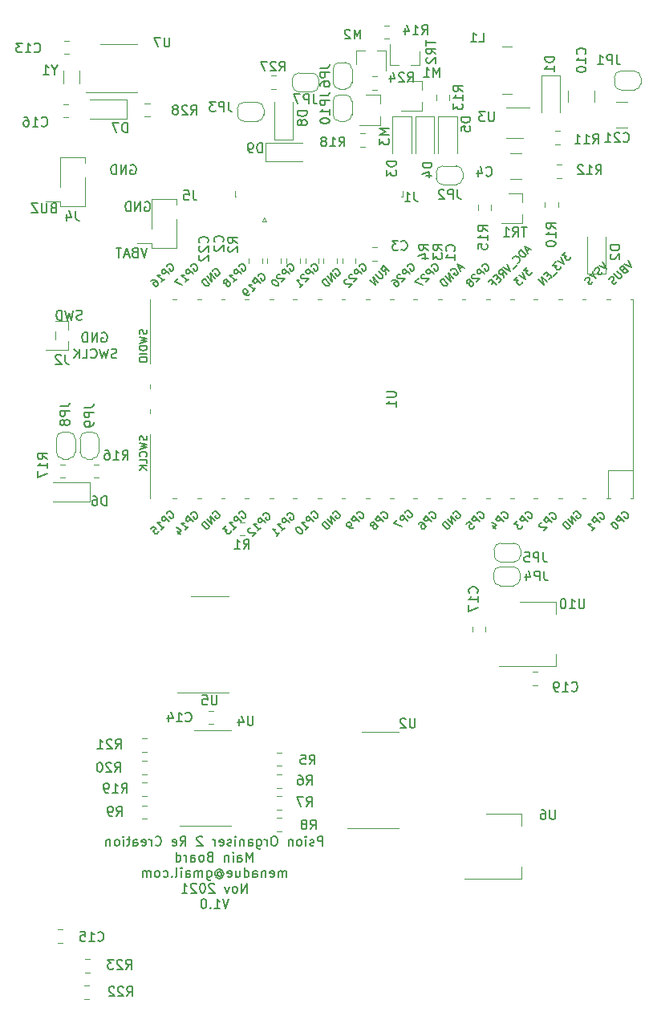
<source format=gbr>
G04 #@! TF.GenerationSoftware,KiCad,Pcbnew,5.1.5+dfsg1-2build2*
G04 #@! TF.CreationDate,2021-11-13T09:19:55+00:00*
G04 #@! TF.ProjectId,psion-org2-main,7073696f-6e2d-46f7-9267-322d6d61696e,rev?*
G04 #@! TF.SameCoordinates,Original*
G04 #@! TF.FileFunction,Legend,Bot*
G04 #@! TF.FilePolarity,Positive*
%FSLAX46Y46*%
G04 Gerber Fmt 4.6, Leading zero omitted, Abs format (unit mm)*
G04 Created by KiCad (PCBNEW 5.1.5+dfsg1-2build2) date 2021-11-13 09:19:55*
%MOMM*%
%LPD*%
G04 APERTURE LIST*
%ADD10C,0.150000*%
%ADD11C,0.120000*%
G04 APERTURE END LIST*
D10*
X173728571Y-142852380D02*
X173728571Y-141852380D01*
X173347619Y-141852380D01*
X173252380Y-141900000D01*
X173204761Y-141947619D01*
X173157142Y-142042857D01*
X173157142Y-142185714D01*
X173204761Y-142280952D01*
X173252380Y-142328571D01*
X173347619Y-142376190D01*
X173728571Y-142376190D01*
X172776190Y-142804761D02*
X172680952Y-142852380D01*
X172490476Y-142852380D01*
X172395238Y-142804761D01*
X172347619Y-142709523D01*
X172347619Y-142661904D01*
X172395238Y-142566666D01*
X172490476Y-142519047D01*
X172633333Y-142519047D01*
X172728571Y-142471428D01*
X172776190Y-142376190D01*
X172776190Y-142328571D01*
X172728571Y-142233333D01*
X172633333Y-142185714D01*
X172490476Y-142185714D01*
X172395238Y-142233333D01*
X171919047Y-142852380D02*
X171919047Y-142185714D01*
X171919047Y-141852380D02*
X171966666Y-141900000D01*
X171919047Y-141947619D01*
X171871428Y-141900000D01*
X171919047Y-141852380D01*
X171919047Y-141947619D01*
X171300000Y-142852380D02*
X171395238Y-142804761D01*
X171442857Y-142757142D01*
X171490476Y-142661904D01*
X171490476Y-142376190D01*
X171442857Y-142280952D01*
X171395238Y-142233333D01*
X171300000Y-142185714D01*
X171157142Y-142185714D01*
X171061904Y-142233333D01*
X171014285Y-142280952D01*
X170966666Y-142376190D01*
X170966666Y-142661904D01*
X171014285Y-142757142D01*
X171061904Y-142804761D01*
X171157142Y-142852380D01*
X171300000Y-142852380D01*
X170538095Y-142185714D02*
X170538095Y-142852380D01*
X170538095Y-142280952D02*
X170490476Y-142233333D01*
X170395238Y-142185714D01*
X170252380Y-142185714D01*
X170157142Y-142233333D01*
X170109523Y-142328571D01*
X170109523Y-142852380D01*
X168680952Y-141852380D02*
X168490476Y-141852380D01*
X168395238Y-141900000D01*
X168300000Y-141995238D01*
X168252380Y-142185714D01*
X168252380Y-142519047D01*
X168300000Y-142709523D01*
X168395238Y-142804761D01*
X168490476Y-142852380D01*
X168680952Y-142852380D01*
X168776190Y-142804761D01*
X168871428Y-142709523D01*
X168919047Y-142519047D01*
X168919047Y-142185714D01*
X168871428Y-141995238D01*
X168776190Y-141900000D01*
X168680952Y-141852380D01*
X167823809Y-142852380D02*
X167823809Y-142185714D01*
X167823809Y-142376190D02*
X167776190Y-142280952D01*
X167728571Y-142233333D01*
X167633333Y-142185714D01*
X167538095Y-142185714D01*
X166776190Y-142185714D02*
X166776190Y-142995238D01*
X166823809Y-143090476D01*
X166871428Y-143138095D01*
X166966666Y-143185714D01*
X167109523Y-143185714D01*
X167204761Y-143138095D01*
X166776190Y-142804761D02*
X166871428Y-142852380D01*
X167061904Y-142852380D01*
X167157142Y-142804761D01*
X167204761Y-142757142D01*
X167252380Y-142661904D01*
X167252380Y-142376190D01*
X167204761Y-142280952D01*
X167157142Y-142233333D01*
X167061904Y-142185714D01*
X166871428Y-142185714D01*
X166776190Y-142233333D01*
X165871428Y-142852380D02*
X165871428Y-142328571D01*
X165919047Y-142233333D01*
X166014285Y-142185714D01*
X166204761Y-142185714D01*
X166300000Y-142233333D01*
X165871428Y-142804761D02*
X165966666Y-142852380D01*
X166204761Y-142852380D01*
X166300000Y-142804761D01*
X166347619Y-142709523D01*
X166347619Y-142614285D01*
X166300000Y-142519047D01*
X166204761Y-142471428D01*
X165966666Y-142471428D01*
X165871428Y-142423809D01*
X165395238Y-142185714D02*
X165395238Y-142852380D01*
X165395238Y-142280952D02*
X165347619Y-142233333D01*
X165252380Y-142185714D01*
X165109523Y-142185714D01*
X165014285Y-142233333D01*
X164966666Y-142328571D01*
X164966666Y-142852380D01*
X164490476Y-142852380D02*
X164490476Y-142185714D01*
X164490476Y-141852380D02*
X164538095Y-141900000D01*
X164490476Y-141947619D01*
X164442857Y-141900000D01*
X164490476Y-141852380D01*
X164490476Y-141947619D01*
X164061904Y-142804761D02*
X163966666Y-142852380D01*
X163776190Y-142852380D01*
X163680952Y-142804761D01*
X163633333Y-142709523D01*
X163633333Y-142661904D01*
X163680952Y-142566666D01*
X163776190Y-142519047D01*
X163919047Y-142519047D01*
X164014285Y-142471428D01*
X164061904Y-142376190D01*
X164061904Y-142328571D01*
X164014285Y-142233333D01*
X163919047Y-142185714D01*
X163776190Y-142185714D01*
X163680952Y-142233333D01*
X162823809Y-142804761D02*
X162919047Y-142852380D01*
X163109523Y-142852380D01*
X163204761Y-142804761D01*
X163252380Y-142709523D01*
X163252380Y-142328571D01*
X163204761Y-142233333D01*
X163109523Y-142185714D01*
X162919047Y-142185714D01*
X162823809Y-142233333D01*
X162776190Y-142328571D01*
X162776190Y-142423809D01*
X163252380Y-142519047D01*
X162347619Y-142852380D02*
X162347619Y-142185714D01*
X162347619Y-142376190D02*
X162300000Y-142280952D01*
X162252380Y-142233333D01*
X162157142Y-142185714D01*
X162061904Y-142185714D01*
X161014285Y-141947619D02*
X160966666Y-141900000D01*
X160871428Y-141852380D01*
X160633333Y-141852380D01*
X160538095Y-141900000D01*
X160490476Y-141947619D01*
X160442857Y-142042857D01*
X160442857Y-142138095D01*
X160490476Y-142280952D01*
X161061904Y-142852380D01*
X160442857Y-142852380D01*
X158680952Y-142852380D02*
X159014285Y-142376190D01*
X159252380Y-142852380D02*
X159252380Y-141852380D01*
X158871428Y-141852380D01*
X158776190Y-141900000D01*
X158728571Y-141947619D01*
X158680952Y-142042857D01*
X158680952Y-142185714D01*
X158728571Y-142280952D01*
X158776190Y-142328571D01*
X158871428Y-142376190D01*
X159252380Y-142376190D01*
X157871428Y-142804761D02*
X157966666Y-142852380D01*
X158157142Y-142852380D01*
X158252380Y-142804761D01*
X158300000Y-142709523D01*
X158300000Y-142328571D01*
X158252380Y-142233333D01*
X158157142Y-142185714D01*
X157966666Y-142185714D01*
X157871428Y-142233333D01*
X157823809Y-142328571D01*
X157823809Y-142423809D01*
X158300000Y-142519047D01*
X156061904Y-142757142D02*
X156109523Y-142804761D01*
X156252380Y-142852380D01*
X156347619Y-142852380D01*
X156490476Y-142804761D01*
X156585714Y-142709523D01*
X156633333Y-142614285D01*
X156680952Y-142423809D01*
X156680952Y-142280952D01*
X156633333Y-142090476D01*
X156585714Y-141995238D01*
X156490476Y-141900000D01*
X156347619Y-141852380D01*
X156252380Y-141852380D01*
X156109523Y-141900000D01*
X156061904Y-141947619D01*
X155633333Y-142852380D02*
X155633333Y-142185714D01*
X155633333Y-142376190D02*
X155585714Y-142280952D01*
X155538095Y-142233333D01*
X155442857Y-142185714D01*
X155347619Y-142185714D01*
X154633333Y-142804761D02*
X154728571Y-142852380D01*
X154919047Y-142852380D01*
X155014285Y-142804761D01*
X155061904Y-142709523D01*
X155061904Y-142328571D01*
X155014285Y-142233333D01*
X154919047Y-142185714D01*
X154728571Y-142185714D01*
X154633333Y-142233333D01*
X154585714Y-142328571D01*
X154585714Y-142423809D01*
X155061904Y-142519047D01*
X153728571Y-142852380D02*
X153728571Y-142328571D01*
X153776190Y-142233333D01*
X153871428Y-142185714D01*
X154061904Y-142185714D01*
X154157142Y-142233333D01*
X153728571Y-142804761D02*
X153823809Y-142852380D01*
X154061904Y-142852380D01*
X154157142Y-142804761D01*
X154204761Y-142709523D01*
X154204761Y-142614285D01*
X154157142Y-142519047D01*
X154061904Y-142471428D01*
X153823809Y-142471428D01*
X153728571Y-142423809D01*
X153395238Y-142185714D02*
X153014285Y-142185714D01*
X153252380Y-141852380D02*
X153252380Y-142709523D01*
X153204761Y-142804761D01*
X153109523Y-142852380D01*
X153014285Y-142852380D01*
X152680952Y-142852380D02*
X152680952Y-142185714D01*
X152680952Y-141852380D02*
X152728571Y-141900000D01*
X152680952Y-141947619D01*
X152633333Y-141900000D01*
X152680952Y-141852380D01*
X152680952Y-141947619D01*
X152061904Y-142852380D02*
X152157142Y-142804761D01*
X152204761Y-142757142D01*
X152252380Y-142661904D01*
X152252380Y-142376190D01*
X152204761Y-142280952D01*
X152157142Y-142233333D01*
X152061904Y-142185714D01*
X151919047Y-142185714D01*
X151823809Y-142233333D01*
X151776190Y-142280952D01*
X151728571Y-142376190D01*
X151728571Y-142661904D01*
X151776190Y-142757142D01*
X151823809Y-142804761D01*
X151919047Y-142852380D01*
X152061904Y-142852380D01*
X151300000Y-142185714D02*
X151300000Y-142852380D01*
X151300000Y-142280952D02*
X151252380Y-142233333D01*
X151157142Y-142185714D01*
X151014285Y-142185714D01*
X150919047Y-142233333D01*
X150871428Y-142328571D01*
X150871428Y-142852380D01*
X166323809Y-144502380D02*
X166323809Y-143502380D01*
X165990476Y-144216666D01*
X165657142Y-143502380D01*
X165657142Y-144502380D01*
X164752380Y-144502380D02*
X164752380Y-143978571D01*
X164800000Y-143883333D01*
X164895238Y-143835714D01*
X165085714Y-143835714D01*
X165180952Y-143883333D01*
X164752380Y-144454761D02*
X164847619Y-144502380D01*
X165085714Y-144502380D01*
X165180952Y-144454761D01*
X165228571Y-144359523D01*
X165228571Y-144264285D01*
X165180952Y-144169047D01*
X165085714Y-144121428D01*
X164847619Y-144121428D01*
X164752380Y-144073809D01*
X164276190Y-144502380D02*
X164276190Y-143835714D01*
X164276190Y-143502380D02*
X164323809Y-143550000D01*
X164276190Y-143597619D01*
X164228571Y-143550000D01*
X164276190Y-143502380D01*
X164276190Y-143597619D01*
X163800000Y-143835714D02*
X163800000Y-144502380D01*
X163800000Y-143930952D02*
X163752380Y-143883333D01*
X163657142Y-143835714D01*
X163514285Y-143835714D01*
X163419047Y-143883333D01*
X163371428Y-143978571D01*
X163371428Y-144502380D01*
X161800000Y-143978571D02*
X161657142Y-144026190D01*
X161609523Y-144073809D01*
X161561904Y-144169047D01*
X161561904Y-144311904D01*
X161609523Y-144407142D01*
X161657142Y-144454761D01*
X161752380Y-144502380D01*
X162133333Y-144502380D01*
X162133333Y-143502380D01*
X161800000Y-143502380D01*
X161704761Y-143550000D01*
X161657142Y-143597619D01*
X161609523Y-143692857D01*
X161609523Y-143788095D01*
X161657142Y-143883333D01*
X161704761Y-143930952D01*
X161800000Y-143978571D01*
X162133333Y-143978571D01*
X160990476Y-144502380D02*
X161085714Y-144454761D01*
X161133333Y-144407142D01*
X161180952Y-144311904D01*
X161180952Y-144026190D01*
X161133333Y-143930952D01*
X161085714Y-143883333D01*
X160990476Y-143835714D01*
X160847619Y-143835714D01*
X160752380Y-143883333D01*
X160704761Y-143930952D01*
X160657142Y-144026190D01*
X160657142Y-144311904D01*
X160704761Y-144407142D01*
X160752380Y-144454761D01*
X160847619Y-144502380D01*
X160990476Y-144502380D01*
X159800000Y-144502380D02*
X159800000Y-143978571D01*
X159847619Y-143883333D01*
X159942857Y-143835714D01*
X160133333Y-143835714D01*
X160228571Y-143883333D01*
X159800000Y-144454761D02*
X159895238Y-144502380D01*
X160133333Y-144502380D01*
X160228571Y-144454761D01*
X160276190Y-144359523D01*
X160276190Y-144264285D01*
X160228571Y-144169047D01*
X160133333Y-144121428D01*
X159895238Y-144121428D01*
X159800000Y-144073809D01*
X159323809Y-144502380D02*
X159323809Y-143835714D01*
X159323809Y-144026190D02*
X159276190Y-143930952D01*
X159228571Y-143883333D01*
X159133333Y-143835714D01*
X159038095Y-143835714D01*
X158276190Y-144502380D02*
X158276190Y-143502380D01*
X158276190Y-144454761D02*
X158371428Y-144502380D01*
X158561904Y-144502380D01*
X158657142Y-144454761D01*
X158704761Y-144407142D01*
X158752380Y-144311904D01*
X158752380Y-144026190D01*
X158704761Y-143930952D01*
X158657142Y-143883333D01*
X158561904Y-143835714D01*
X158371428Y-143835714D01*
X158276190Y-143883333D01*
X169895238Y-146152380D02*
X169895238Y-145485714D01*
X169895238Y-145580952D02*
X169847619Y-145533333D01*
X169752380Y-145485714D01*
X169609523Y-145485714D01*
X169514285Y-145533333D01*
X169466666Y-145628571D01*
X169466666Y-146152380D01*
X169466666Y-145628571D02*
X169419047Y-145533333D01*
X169323809Y-145485714D01*
X169180952Y-145485714D01*
X169085714Y-145533333D01*
X169038095Y-145628571D01*
X169038095Y-146152380D01*
X168180952Y-146104761D02*
X168276190Y-146152380D01*
X168466666Y-146152380D01*
X168561904Y-146104761D01*
X168609523Y-146009523D01*
X168609523Y-145628571D01*
X168561904Y-145533333D01*
X168466666Y-145485714D01*
X168276190Y-145485714D01*
X168180952Y-145533333D01*
X168133333Y-145628571D01*
X168133333Y-145723809D01*
X168609523Y-145819047D01*
X167704761Y-145485714D02*
X167704761Y-146152380D01*
X167704761Y-145580952D02*
X167657142Y-145533333D01*
X167561904Y-145485714D01*
X167419047Y-145485714D01*
X167323809Y-145533333D01*
X167276190Y-145628571D01*
X167276190Y-146152380D01*
X166371428Y-146152380D02*
X166371428Y-145628571D01*
X166419047Y-145533333D01*
X166514285Y-145485714D01*
X166704761Y-145485714D01*
X166800000Y-145533333D01*
X166371428Y-146104761D02*
X166466666Y-146152380D01*
X166704761Y-146152380D01*
X166800000Y-146104761D01*
X166847619Y-146009523D01*
X166847619Y-145914285D01*
X166800000Y-145819047D01*
X166704761Y-145771428D01*
X166466666Y-145771428D01*
X166371428Y-145723809D01*
X165466666Y-146152380D02*
X165466666Y-145152380D01*
X165466666Y-146104761D02*
X165561904Y-146152380D01*
X165752380Y-146152380D01*
X165847619Y-146104761D01*
X165895238Y-146057142D01*
X165942857Y-145961904D01*
X165942857Y-145676190D01*
X165895238Y-145580952D01*
X165847619Y-145533333D01*
X165752380Y-145485714D01*
X165561904Y-145485714D01*
X165466666Y-145533333D01*
X164561904Y-145485714D02*
X164561904Y-146152380D01*
X164990476Y-145485714D02*
X164990476Y-146009523D01*
X164942857Y-146104761D01*
X164847619Y-146152380D01*
X164704761Y-146152380D01*
X164609523Y-146104761D01*
X164561904Y-146057142D01*
X163704761Y-146104761D02*
X163800000Y-146152380D01*
X163990476Y-146152380D01*
X164085714Y-146104761D01*
X164133333Y-146009523D01*
X164133333Y-145628571D01*
X164085714Y-145533333D01*
X163990476Y-145485714D01*
X163800000Y-145485714D01*
X163704761Y-145533333D01*
X163657142Y-145628571D01*
X163657142Y-145723809D01*
X164133333Y-145819047D01*
X162609523Y-145676190D02*
X162657142Y-145628571D01*
X162752380Y-145580952D01*
X162847619Y-145580952D01*
X162942857Y-145628571D01*
X162990476Y-145676190D01*
X163038095Y-145771428D01*
X163038095Y-145866666D01*
X162990476Y-145961904D01*
X162942857Y-146009523D01*
X162847619Y-146057142D01*
X162752380Y-146057142D01*
X162657142Y-146009523D01*
X162609523Y-145961904D01*
X162609523Y-145580952D02*
X162609523Y-145961904D01*
X162561904Y-146009523D01*
X162514285Y-146009523D01*
X162419047Y-145961904D01*
X162371428Y-145866666D01*
X162371428Y-145628571D01*
X162466666Y-145485714D01*
X162609523Y-145390476D01*
X162800000Y-145342857D01*
X162990476Y-145390476D01*
X163133333Y-145485714D01*
X163228571Y-145628571D01*
X163276190Y-145819047D01*
X163228571Y-146009523D01*
X163133333Y-146152380D01*
X162990476Y-146247619D01*
X162800000Y-146295238D01*
X162609523Y-146247619D01*
X162466666Y-146152380D01*
X161514285Y-145485714D02*
X161514285Y-146295238D01*
X161561904Y-146390476D01*
X161609523Y-146438095D01*
X161704761Y-146485714D01*
X161847619Y-146485714D01*
X161942857Y-146438095D01*
X161514285Y-146104761D02*
X161609523Y-146152380D01*
X161800000Y-146152380D01*
X161895238Y-146104761D01*
X161942857Y-146057142D01*
X161990476Y-145961904D01*
X161990476Y-145676190D01*
X161942857Y-145580952D01*
X161895238Y-145533333D01*
X161800000Y-145485714D01*
X161609523Y-145485714D01*
X161514285Y-145533333D01*
X161038095Y-146152380D02*
X161038095Y-145485714D01*
X161038095Y-145580952D02*
X160990476Y-145533333D01*
X160895238Y-145485714D01*
X160752380Y-145485714D01*
X160657142Y-145533333D01*
X160609523Y-145628571D01*
X160609523Y-146152380D01*
X160609523Y-145628571D02*
X160561904Y-145533333D01*
X160466666Y-145485714D01*
X160323809Y-145485714D01*
X160228571Y-145533333D01*
X160180952Y-145628571D01*
X160180952Y-146152380D01*
X159276190Y-146152380D02*
X159276190Y-145628571D01*
X159323809Y-145533333D01*
X159419047Y-145485714D01*
X159609523Y-145485714D01*
X159704761Y-145533333D01*
X159276190Y-146104761D02*
X159371428Y-146152380D01*
X159609523Y-146152380D01*
X159704761Y-146104761D01*
X159752380Y-146009523D01*
X159752380Y-145914285D01*
X159704761Y-145819047D01*
X159609523Y-145771428D01*
X159371428Y-145771428D01*
X159276190Y-145723809D01*
X158800000Y-146152380D02*
X158800000Y-145485714D01*
X158800000Y-145152380D02*
X158847619Y-145200000D01*
X158800000Y-145247619D01*
X158752380Y-145200000D01*
X158800000Y-145152380D01*
X158800000Y-145247619D01*
X158180952Y-146152380D02*
X158276190Y-146104761D01*
X158323809Y-146009523D01*
X158323809Y-145152380D01*
X157800000Y-146057142D02*
X157752380Y-146104761D01*
X157800000Y-146152380D01*
X157847619Y-146104761D01*
X157800000Y-146057142D01*
X157800000Y-146152380D01*
X156895238Y-146104761D02*
X156990476Y-146152380D01*
X157180952Y-146152380D01*
X157276190Y-146104761D01*
X157323809Y-146057142D01*
X157371428Y-145961904D01*
X157371428Y-145676190D01*
X157323809Y-145580952D01*
X157276190Y-145533333D01*
X157180952Y-145485714D01*
X156990476Y-145485714D01*
X156895238Y-145533333D01*
X156323809Y-146152380D02*
X156419047Y-146104761D01*
X156466666Y-146057142D01*
X156514285Y-145961904D01*
X156514285Y-145676190D01*
X156466666Y-145580952D01*
X156419047Y-145533333D01*
X156323809Y-145485714D01*
X156180952Y-145485714D01*
X156085714Y-145533333D01*
X156038095Y-145580952D01*
X155990476Y-145676190D01*
X155990476Y-145961904D01*
X156038095Y-146057142D01*
X156085714Y-146104761D01*
X156180952Y-146152380D01*
X156323809Y-146152380D01*
X155561904Y-146152380D02*
X155561904Y-145485714D01*
X155561904Y-145580952D02*
X155514285Y-145533333D01*
X155419047Y-145485714D01*
X155276190Y-145485714D01*
X155180952Y-145533333D01*
X155133333Y-145628571D01*
X155133333Y-146152380D01*
X155133333Y-145628571D02*
X155085714Y-145533333D01*
X154990476Y-145485714D01*
X154847619Y-145485714D01*
X154752380Y-145533333D01*
X154704761Y-145628571D01*
X154704761Y-146152380D01*
X165704761Y-147802380D02*
X165704761Y-146802380D01*
X165133333Y-147802380D01*
X165133333Y-146802380D01*
X164514285Y-147802380D02*
X164609523Y-147754761D01*
X164657142Y-147707142D01*
X164704761Y-147611904D01*
X164704761Y-147326190D01*
X164657142Y-147230952D01*
X164609523Y-147183333D01*
X164514285Y-147135714D01*
X164371428Y-147135714D01*
X164276190Y-147183333D01*
X164228571Y-147230952D01*
X164180952Y-147326190D01*
X164180952Y-147611904D01*
X164228571Y-147707142D01*
X164276190Y-147754761D01*
X164371428Y-147802380D01*
X164514285Y-147802380D01*
X163847619Y-147135714D02*
X163609523Y-147802380D01*
X163371428Y-147135714D01*
X162276190Y-146897619D02*
X162228571Y-146850000D01*
X162133333Y-146802380D01*
X161895238Y-146802380D01*
X161800000Y-146850000D01*
X161752380Y-146897619D01*
X161704761Y-146992857D01*
X161704761Y-147088095D01*
X161752380Y-147230952D01*
X162323809Y-147802380D01*
X161704761Y-147802380D01*
X161085714Y-146802380D02*
X160990476Y-146802380D01*
X160895238Y-146850000D01*
X160847619Y-146897619D01*
X160800000Y-146992857D01*
X160752380Y-147183333D01*
X160752380Y-147421428D01*
X160800000Y-147611904D01*
X160847619Y-147707142D01*
X160895238Y-147754761D01*
X160990476Y-147802380D01*
X161085714Y-147802380D01*
X161180952Y-147754761D01*
X161228571Y-147707142D01*
X161276190Y-147611904D01*
X161323809Y-147421428D01*
X161323809Y-147183333D01*
X161276190Y-146992857D01*
X161228571Y-146897619D01*
X161180952Y-146850000D01*
X161085714Y-146802380D01*
X160371428Y-146897619D02*
X160323809Y-146850000D01*
X160228571Y-146802380D01*
X159990476Y-146802380D01*
X159895238Y-146850000D01*
X159847619Y-146897619D01*
X159800000Y-146992857D01*
X159800000Y-147088095D01*
X159847619Y-147230952D01*
X160419047Y-147802380D01*
X159800000Y-147802380D01*
X158847619Y-147802380D02*
X159419047Y-147802380D01*
X159133333Y-147802380D02*
X159133333Y-146802380D01*
X159228571Y-146945238D01*
X159323809Y-147040476D01*
X159419047Y-147088095D01*
X163823809Y-148452380D02*
X163490476Y-149452380D01*
X163157142Y-148452380D01*
X162300000Y-149452380D02*
X162871428Y-149452380D01*
X162585714Y-149452380D02*
X162585714Y-148452380D01*
X162680952Y-148595238D01*
X162776190Y-148690476D01*
X162871428Y-148738095D01*
X161871428Y-149357142D02*
X161823809Y-149404761D01*
X161871428Y-149452380D01*
X161919047Y-149404761D01*
X161871428Y-149357142D01*
X161871428Y-149452380D01*
X161204761Y-148452380D02*
X161109523Y-148452380D01*
X161014285Y-148500000D01*
X160966666Y-148547619D01*
X160919047Y-148642857D01*
X160871428Y-148833333D01*
X160871428Y-149071428D01*
X160919047Y-149261904D01*
X160966666Y-149357142D01*
X161014285Y-149404761D01*
X161109523Y-149452380D01*
X161204761Y-149452380D01*
X161300000Y-149404761D01*
X161347619Y-149357142D01*
X161395238Y-149261904D01*
X161442857Y-149071428D01*
X161442857Y-148833333D01*
X161395238Y-148642857D01*
X161347619Y-148547619D01*
X161300000Y-148500000D01*
X161204761Y-148452380D01*
X151961904Y-91354761D02*
X151819047Y-91402380D01*
X151580952Y-91402380D01*
X151485714Y-91354761D01*
X151438095Y-91307142D01*
X151390476Y-91211904D01*
X151390476Y-91116666D01*
X151438095Y-91021428D01*
X151485714Y-90973809D01*
X151580952Y-90926190D01*
X151771428Y-90878571D01*
X151866666Y-90830952D01*
X151914285Y-90783333D01*
X151961904Y-90688095D01*
X151961904Y-90592857D01*
X151914285Y-90497619D01*
X151866666Y-90450000D01*
X151771428Y-90402380D01*
X151533333Y-90402380D01*
X151390476Y-90450000D01*
X151057142Y-90402380D02*
X150819047Y-91402380D01*
X150628571Y-90688095D01*
X150438095Y-91402380D01*
X150200000Y-90402380D01*
X149247619Y-91307142D02*
X149295238Y-91354761D01*
X149438095Y-91402380D01*
X149533333Y-91402380D01*
X149676190Y-91354761D01*
X149771428Y-91259523D01*
X149819047Y-91164285D01*
X149866666Y-90973809D01*
X149866666Y-90830952D01*
X149819047Y-90640476D01*
X149771428Y-90545238D01*
X149676190Y-90450000D01*
X149533333Y-90402380D01*
X149438095Y-90402380D01*
X149295238Y-90450000D01*
X149247619Y-90497619D01*
X148342857Y-91402380D02*
X148819047Y-91402380D01*
X148819047Y-90402380D01*
X148009523Y-91402380D02*
X148009523Y-90402380D01*
X147438095Y-91402380D02*
X147866666Y-90830952D01*
X147438095Y-90402380D02*
X148009523Y-90973809D01*
X148307142Y-87304761D02*
X148164285Y-87352380D01*
X147926190Y-87352380D01*
X147830952Y-87304761D01*
X147783333Y-87257142D01*
X147735714Y-87161904D01*
X147735714Y-87066666D01*
X147783333Y-86971428D01*
X147830952Y-86923809D01*
X147926190Y-86876190D01*
X148116666Y-86828571D01*
X148211904Y-86780952D01*
X148259523Y-86733333D01*
X148307142Y-86638095D01*
X148307142Y-86542857D01*
X148259523Y-86447619D01*
X148211904Y-86400000D01*
X148116666Y-86352380D01*
X147878571Y-86352380D01*
X147735714Y-86400000D01*
X147402380Y-86352380D02*
X147164285Y-87352380D01*
X146973809Y-86638095D01*
X146783333Y-87352380D01*
X146545238Y-86352380D01*
X146164285Y-87352380D02*
X146164285Y-86352380D01*
X145926190Y-86352380D01*
X145783333Y-86400000D01*
X145688095Y-86495238D01*
X145640476Y-86590476D01*
X145592857Y-86780952D01*
X145592857Y-86923809D01*
X145640476Y-87114285D01*
X145688095Y-87209523D01*
X145783333Y-87304761D01*
X145926190Y-87352380D01*
X146164285Y-87352380D01*
X150411904Y-88750000D02*
X150507142Y-88702380D01*
X150650000Y-88702380D01*
X150792857Y-88750000D01*
X150888095Y-88845238D01*
X150935714Y-88940476D01*
X150983333Y-89130952D01*
X150983333Y-89273809D01*
X150935714Y-89464285D01*
X150888095Y-89559523D01*
X150792857Y-89654761D01*
X150650000Y-89702380D01*
X150554761Y-89702380D01*
X150411904Y-89654761D01*
X150364285Y-89607142D01*
X150364285Y-89273809D01*
X150554761Y-89273809D01*
X149935714Y-89702380D02*
X149935714Y-88702380D01*
X149364285Y-89702380D01*
X149364285Y-88702380D01*
X148888095Y-89702380D02*
X148888095Y-88702380D01*
X148650000Y-88702380D01*
X148507142Y-88750000D01*
X148411904Y-88845238D01*
X148364285Y-88940476D01*
X148316666Y-89130952D01*
X148316666Y-89273809D01*
X148364285Y-89464285D01*
X148411904Y-89559523D01*
X148507142Y-89654761D01*
X148650000Y-89702380D01*
X148888095Y-89702380D01*
X154961904Y-74950000D02*
X155057142Y-74902380D01*
X155200000Y-74902380D01*
X155342857Y-74950000D01*
X155438095Y-75045238D01*
X155485714Y-75140476D01*
X155533333Y-75330952D01*
X155533333Y-75473809D01*
X155485714Y-75664285D01*
X155438095Y-75759523D01*
X155342857Y-75854761D01*
X155200000Y-75902380D01*
X155104761Y-75902380D01*
X154961904Y-75854761D01*
X154914285Y-75807142D01*
X154914285Y-75473809D01*
X155104761Y-75473809D01*
X154485714Y-75902380D02*
X154485714Y-74902380D01*
X153914285Y-75902380D01*
X153914285Y-74902380D01*
X153438095Y-75902380D02*
X153438095Y-74902380D01*
X153200000Y-74902380D01*
X153057142Y-74950000D01*
X152961904Y-75045238D01*
X152914285Y-75140476D01*
X152866666Y-75330952D01*
X152866666Y-75473809D01*
X152914285Y-75664285D01*
X152961904Y-75759523D01*
X153057142Y-75854761D01*
X153200000Y-75902380D01*
X153438095Y-75902380D01*
X155192857Y-79752380D02*
X154859523Y-80752380D01*
X154526190Y-79752380D01*
X153859523Y-80228571D02*
X153716666Y-80276190D01*
X153669047Y-80323809D01*
X153621428Y-80419047D01*
X153621428Y-80561904D01*
X153669047Y-80657142D01*
X153716666Y-80704761D01*
X153811904Y-80752380D01*
X154192857Y-80752380D01*
X154192857Y-79752380D01*
X153859523Y-79752380D01*
X153764285Y-79800000D01*
X153716666Y-79847619D01*
X153669047Y-79942857D01*
X153669047Y-80038095D01*
X153716666Y-80133333D01*
X153764285Y-80180952D01*
X153859523Y-80228571D01*
X154192857Y-80228571D01*
X153240476Y-80466666D02*
X152764285Y-80466666D01*
X153335714Y-80752380D02*
X153002380Y-79752380D01*
X152669047Y-80752380D01*
X152478571Y-79752380D02*
X151907142Y-79752380D01*
X152192857Y-80752380D02*
X152192857Y-79752380D01*
X153461904Y-71050000D02*
X153557142Y-71002380D01*
X153700000Y-71002380D01*
X153842857Y-71050000D01*
X153938095Y-71145238D01*
X153985714Y-71240476D01*
X154033333Y-71430952D01*
X154033333Y-71573809D01*
X153985714Y-71764285D01*
X153938095Y-71859523D01*
X153842857Y-71954761D01*
X153700000Y-72002380D01*
X153604761Y-72002380D01*
X153461904Y-71954761D01*
X153414285Y-71907142D01*
X153414285Y-71573809D01*
X153604761Y-71573809D01*
X152985714Y-72002380D02*
X152985714Y-71002380D01*
X152414285Y-72002380D01*
X152414285Y-71002380D01*
X151938095Y-72002380D02*
X151938095Y-71002380D01*
X151700000Y-71002380D01*
X151557142Y-71050000D01*
X151461904Y-71145238D01*
X151414285Y-71240476D01*
X151366666Y-71430952D01*
X151366666Y-71573809D01*
X151414285Y-71764285D01*
X151461904Y-71859523D01*
X151557142Y-71954761D01*
X151700000Y-72002380D01*
X151938095Y-72002380D01*
X145278571Y-75528571D02*
X145135714Y-75576190D01*
X145088095Y-75623809D01*
X145040476Y-75719047D01*
X145040476Y-75861904D01*
X145088095Y-75957142D01*
X145135714Y-76004761D01*
X145230952Y-76052380D01*
X145611904Y-76052380D01*
X145611904Y-75052380D01*
X145278571Y-75052380D01*
X145183333Y-75100000D01*
X145135714Y-75147619D01*
X145088095Y-75242857D01*
X145088095Y-75338095D01*
X145135714Y-75433333D01*
X145183333Y-75480952D01*
X145278571Y-75528571D01*
X145611904Y-75528571D01*
X144611904Y-75052380D02*
X144611904Y-75861904D01*
X144564285Y-75957142D01*
X144516666Y-76004761D01*
X144421428Y-76052380D01*
X144230952Y-76052380D01*
X144135714Y-76004761D01*
X144088095Y-75957142D01*
X144040476Y-75861904D01*
X144040476Y-75052380D01*
X143659523Y-75052380D02*
X142992857Y-75052380D01*
X143659523Y-76052380D01*
X142992857Y-76052380D01*
D11*
X174800000Y-64300000D02*
X174800000Y-65700000D01*
X175500000Y-66400000D02*
X176100000Y-66400000D01*
X176800000Y-65700000D02*
X176800000Y-64300000D01*
X176100000Y-63600000D02*
X175500000Y-63600000D01*
X175500000Y-63600000D02*
G75*
G03X174800000Y-64300000I0J-700000D01*
G01*
X176800000Y-64300000D02*
G75*
G03X176100000Y-63600000I-700000J0D01*
G01*
X176100000Y-66400000D02*
G75*
G03X176800000Y-65700000I0J700000D01*
G01*
X174800000Y-65700000D02*
G75*
G03X175500000Y-66400000I700000J0D01*
G01*
X167700000Y-70650000D02*
X171600000Y-70650000D01*
X167700000Y-68650000D02*
X171600000Y-68650000D01*
X167700000Y-70650000D02*
X167700000Y-68650000D01*
X170600000Y-68300000D02*
X170600000Y-64400000D01*
X168600000Y-68300000D02*
X168600000Y-64400000D01*
X170600000Y-68300000D02*
X168600000Y-68300000D01*
X146325000Y-61025000D02*
X146325000Y-62375000D01*
X148075000Y-61025000D02*
X148075000Y-62375000D01*
X152200000Y-63360000D02*
X148750000Y-63360000D01*
X152200000Y-63360000D02*
X154150000Y-63360000D01*
X152200000Y-58240000D02*
X150250000Y-58240000D01*
X152200000Y-58240000D02*
X154150000Y-58240000D01*
X154941422Y-64490000D02*
X155458578Y-64490000D01*
X154941422Y-65910000D02*
X155458578Y-65910000D01*
X168758578Y-63010000D02*
X168241422Y-63010000D01*
X168758578Y-61590000D02*
X168241422Y-61590000D01*
X178941422Y-61690000D02*
X179458578Y-61690000D01*
X178941422Y-63110000D02*
X179458578Y-63110000D01*
X177641422Y-67690000D02*
X178158578Y-67690000D01*
X177641422Y-69110000D02*
X178158578Y-69110000D01*
X179760000Y-63620000D02*
X178300000Y-63620000D01*
X179760000Y-66780000D02*
X177600000Y-66780000D01*
X179760000Y-66780000D02*
X179760000Y-65850000D01*
X179760000Y-63620000D02*
X179760000Y-64550000D01*
X153050000Y-64100000D02*
X149150000Y-64100000D01*
X153050000Y-66100000D02*
X149150000Y-66100000D01*
X153050000Y-64100000D02*
X153050000Y-66100000D01*
X146858578Y-66010000D02*
X146341422Y-66010000D01*
X146858578Y-64590000D02*
X146341422Y-64590000D01*
X146958578Y-59310000D02*
X146441422Y-59310000D01*
X146958578Y-57890000D02*
X146441422Y-57890000D01*
X177220000Y-58940000D02*
X177220000Y-60400000D01*
X180380000Y-58940000D02*
X180380000Y-61100000D01*
X180380000Y-58940000D02*
X179450000Y-58940000D01*
X177220000Y-58940000D02*
X178150000Y-58940000D01*
X184160000Y-62120000D02*
X182700000Y-62120000D01*
X184160000Y-65280000D02*
X182000000Y-65280000D01*
X184160000Y-65280000D02*
X184160000Y-64350000D01*
X184160000Y-62120000D02*
X184160000Y-63050000D01*
X183980000Y-60460000D02*
X183980000Y-59000000D01*
X180820000Y-60460000D02*
X180820000Y-58300000D01*
X180820000Y-60460000D02*
X181750000Y-60460000D01*
X183980000Y-60460000D02*
X183050000Y-60460000D01*
X146521078Y-104010000D02*
X146003922Y-104010000D01*
X146521078Y-102590000D02*
X146003922Y-102590000D01*
X150058578Y-104010000D02*
X149541422Y-104010000D01*
X150058578Y-102590000D02*
X149541422Y-102590000D01*
X190090000Y-75758578D02*
X190090000Y-75241422D01*
X191510000Y-75758578D02*
X191510000Y-75241422D01*
X180178922Y-56290000D02*
X180696078Y-56290000D01*
X180178922Y-57710000D02*
X180696078Y-57710000D01*
X185690000Y-64158578D02*
X185690000Y-63641422D01*
X187110000Y-64158578D02*
X187110000Y-63641422D01*
X150100000Y-101300000D02*
X150100000Y-99900000D01*
X149400000Y-99200000D02*
X148800000Y-99200000D01*
X148100000Y-99900000D02*
X148100000Y-101300000D01*
X148800000Y-102000000D02*
X149400000Y-102000000D01*
X149400000Y-102000000D02*
G75*
G03X150100000Y-101300000I0J700000D01*
G01*
X148100000Y-101300000D02*
G75*
G03X148800000Y-102000000I700000J0D01*
G01*
X148800000Y-99200000D02*
G75*
G03X148100000Y-99900000I0J-700000D01*
G01*
X150100000Y-99900000D02*
G75*
G03X149400000Y-99200000I-700000J0D01*
G01*
X147600000Y-101300000D02*
X147600000Y-99900000D01*
X146900000Y-99200000D02*
X146300000Y-99200000D01*
X145600000Y-99900000D02*
X145600000Y-101300000D01*
X146300000Y-102000000D02*
X146900000Y-102000000D01*
X146900000Y-102000000D02*
G75*
G03X147600000Y-101300000I0J700000D01*
G01*
X145600000Y-101300000D02*
G75*
G03X146300000Y-102000000I700000J0D01*
G01*
X146300000Y-99200000D02*
G75*
G03X145600000Y-99900000I0J-700000D01*
G01*
X147600000Y-99900000D02*
G75*
G03X146900000Y-99200000I-700000J0D01*
G01*
X171200000Y-63300000D02*
X172600000Y-63300000D01*
X173300000Y-62600000D02*
X173300000Y-62000000D01*
X172600000Y-61300000D02*
X171200000Y-61300000D01*
X170500000Y-62000000D02*
X170500000Y-62600000D01*
X170500000Y-62600000D02*
G75*
G03X171200000Y-63300000I700000J0D01*
G01*
X171200000Y-61300000D02*
G75*
G03X170500000Y-62000000I0J-700000D01*
G01*
X173300000Y-62000000D02*
G75*
G03X172600000Y-61300000I-700000J0D01*
G01*
X172600000Y-63300000D02*
G75*
G03X173300000Y-62600000I0J700000D01*
G01*
X174800000Y-60900000D02*
X174800000Y-62300000D01*
X175500000Y-63000000D02*
X176100000Y-63000000D01*
X176800000Y-62300000D02*
X176800000Y-60900000D01*
X176100000Y-60200000D02*
X175500000Y-60200000D01*
X175500000Y-60200000D02*
G75*
G03X174800000Y-60900000I0J-700000D01*
G01*
X176800000Y-60900000D02*
G75*
G03X176100000Y-60200000I-700000J0D01*
G01*
X176100000Y-63000000D02*
G75*
G03X176800000Y-62300000I0J700000D01*
G01*
X174800000Y-62300000D02*
G75*
G03X175500000Y-63000000I700000J0D01*
G01*
X192500000Y-112900000D02*
X193900000Y-112900000D01*
X194600000Y-112200000D02*
X194600000Y-111600000D01*
X193900000Y-110900000D02*
X192500000Y-110900000D01*
X191800000Y-111600000D02*
X191800000Y-112200000D01*
X191800000Y-112200000D02*
G75*
G03X192500000Y-112900000I700000J0D01*
G01*
X192500000Y-110900000D02*
G75*
G03X191800000Y-111600000I0J-700000D01*
G01*
X194600000Y-111600000D02*
G75*
G03X193900000Y-110900000I-700000J0D01*
G01*
X193900000Y-112900000D02*
G75*
G03X194600000Y-112200000I0J700000D01*
G01*
X192450000Y-115400000D02*
X193850000Y-115400000D01*
X194550000Y-114700000D02*
X194550000Y-114100000D01*
X193850000Y-113400000D02*
X192450000Y-113400000D01*
X191750000Y-114100000D02*
X191750000Y-114700000D01*
X191750000Y-114700000D02*
G75*
G03X192450000Y-115400000I700000J0D01*
G01*
X192450000Y-113400000D02*
G75*
G03X191750000Y-114100000I0J-700000D01*
G01*
X194550000Y-114100000D02*
G75*
G03X193850000Y-113400000I-700000J0D01*
G01*
X193850000Y-115400000D02*
G75*
G03X194550000Y-114700000I0J700000D01*
G01*
X165400000Y-66400000D02*
X166800000Y-66400000D01*
X167500000Y-65700000D02*
X167500000Y-65100000D01*
X166800000Y-64400000D02*
X165400000Y-64400000D01*
X164700000Y-65100000D02*
X164700000Y-65700000D01*
X164700000Y-65700000D02*
G75*
G03X165400000Y-66400000I700000J0D01*
G01*
X165400000Y-64400000D02*
G75*
G03X164700000Y-65100000I0J-700000D01*
G01*
X167500000Y-65100000D02*
G75*
G03X166800000Y-64400000I-700000J0D01*
G01*
X166800000Y-66400000D02*
G75*
G03X167500000Y-65700000I0J700000D01*
G01*
X186400000Y-73100000D02*
X187800000Y-73100000D01*
X188500000Y-72400000D02*
X188500000Y-71800000D01*
X187800000Y-71100000D02*
X186400000Y-71100000D01*
X185700000Y-71800000D02*
X185700000Y-72400000D01*
X185700000Y-72400000D02*
G75*
G03X186400000Y-73100000I700000J0D01*
G01*
X186400000Y-71100000D02*
G75*
G03X185700000Y-71800000I0J-700000D01*
G01*
X188500000Y-71800000D02*
G75*
G03X187800000Y-71100000I-700000J0D01*
G01*
X187800000Y-73100000D02*
G75*
G03X188500000Y-72400000I0J700000D01*
G01*
X149150000Y-104500000D02*
X145250000Y-104500000D01*
X149150000Y-106500000D02*
X145250000Y-106500000D01*
X149150000Y-104500000D02*
X149150000Y-106500000D01*
X185900000Y-65850000D02*
X185900000Y-69750000D01*
X187900000Y-65850000D02*
X187900000Y-69750000D01*
X185900000Y-65850000D02*
X187900000Y-65850000D01*
X183500000Y-65850000D02*
X183500000Y-69750000D01*
X185500000Y-65850000D02*
X185500000Y-69750000D01*
X183500000Y-65850000D02*
X185500000Y-65850000D01*
X181100000Y-65850000D02*
X181100000Y-69750000D01*
X183100000Y-65850000D02*
X183100000Y-69750000D01*
X181100000Y-65850000D02*
X183100000Y-65850000D01*
X203600000Y-82450000D02*
X203600000Y-78550000D01*
X201600000Y-82450000D02*
X201600000Y-78550000D01*
X203600000Y-82450000D02*
X201600000Y-82450000D01*
X188700000Y-146310000D02*
X194710000Y-146310000D01*
X190950000Y-139490000D02*
X194710000Y-139490000D01*
X194710000Y-146310000D02*
X194710000Y-145050000D01*
X194710000Y-139490000D02*
X194710000Y-140750000D01*
X155670000Y-77710000D02*
X155670000Y-74600000D01*
X158330000Y-75170000D02*
X158330000Y-74600000D01*
X155670000Y-79800000D02*
X155670000Y-79230000D01*
X155670000Y-79230000D02*
X154150000Y-79230000D01*
X158330000Y-79800000D02*
X158330000Y-76690000D01*
X155670000Y-74600000D02*
X158330000Y-74600000D01*
X155670000Y-79800000D02*
X158330000Y-79800000D01*
X145970000Y-73310000D02*
X145970000Y-70200000D01*
X148630000Y-70770000D02*
X148630000Y-70200000D01*
X145970000Y-75400000D02*
X145970000Y-74830000D01*
X145970000Y-74830000D02*
X144450000Y-74830000D01*
X148630000Y-75400000D02*
X148630000Y-72290000D01*
X145970000Y-70200000D02*
X148630000Y-70200000D01*
X145970000Y-75400000D02*
X148630000Y-75400000D01*
X145741422Y-151690000D02*
X146258578Y-151690000D01*
X145741422Y-153110000D02*
X146258578Y-153110000D01*
X161641422Y-128590000D02*
X162158578Y-128590000D01*
X161641422Y-130010000D02*
X162158578Y-130010000D01*
X196800000Y-61550000D02*
X196800000Y-65450000D01*
X198800000Y-61550000D02*
X198800000Y-65450000D01*
X196800000Y-61550000D02*
X198800000Y-61550000D01*
X161800000Y-126660000D02*
X158350000Y-126660000D01*
X161800000Y-126660000D02*
X163750000Y-126660000D01*
X161800000Y-116540000D02*
X159850000Y-116540000D01*
X161800000Y-116540000D02*
X163750000Y-116540000D01*
X162100000Y-140760000D02*
X158650000Y-140760000D01*
X162100000Y-140760000D02*
X164050000Y-140760000D01*
X162100000Y-130640000D02*
X160150000Y-130640000D01*
X162100000Y-130640000D02*
X164050000Y-130640000D01*
X179800000Y-140960000D02*
X176350000Y-140960000D01*
X179800000Y-140960000D02*
X181750000Y-140960000D01*
X179800000Y-130840000D02*
X177850000Y-130840000D01*
X179800000Y-130840000D02*
X181750000Y-130840000D01*
X167750000Y-76950000D02*
X167350000Y-76950000D01*
X167550000Y-76550000D02*
X167750000Y-76950000D01*
X167350000Y-76950000D02*
X167550000Y-76550000D01*
X182125000Y-74360000D02*
X182125000Y-73760000D01*
X182015000Y-74360000D02*
X182125000Y-74360000D01*
X164475000Y-74360000D02*
X164475000Y-73760000D01*
X164585000Y-74360000D02*
X164475000Y-74360000D01*
X206500000Y-106200000D02*
X206500000Y-85200000D01*
X155500000Y-99400000D02*
X155500000Y-106200000D01*
X203833000Y-106200000D02*
X203833000Y-103193000D01*
X203833000Y-103193000D02*
X206500000Y-103193000D01*
X206500000Y-106200000D02*
X206200000Y-106200000D01*
X204100000Y-106200000D02*
X203700000Y-106200000D01*
X201500000Y-106200000D02*
X201100000Y-106200000D01*
X199000000Y-106200000D02*
X198600000Y-106200000D01*
X196400000Y-106200000D02*
X196000000Y-106200000D01*
X193900000Y-106200000D02*
X193500000Y-106200000D01*
X191400000Y-106200000D02*
X191000000Y-106200000D01*
X188800000Y-106200000D02*
X188400000Y-106200000D01*
X186300000Y-106200000D02*
X185900000Y-106200000D01*
X183700000Y-106200000D02*
X183300000Y-106200000D01*
X181200000Y-106200000D02*
X180800000Y-106200000D01*
X178700000Y-106200000D02*
X178300000Y-106200000D01*
X176100000Y-106200000D02*
X175700000Y-106200000D01*
X173600000Y-106200000D02*
X173200000Y-106200000D01*
X171000000Y-106200000D02*
X170600000Y-106200000D01*
X168500000Y-106200000D02*
X168100000Y-106200000D01*
X165900000Y-106200000D02*
X165500000Y-106200000D01*
X163400000Y-106200000D02*
X163000000Y-106200000D01*
X160900000Y-106200000D02*
X160500000Y-106200000D01*
X158300000Y-106200000D02*
X157900000Y-106200000D01*
X191400000Y-85200000D02*
X191000000Y-85200000D01*
X186300000Y-85200000D02*
X185900000Y-85200000D01*
X178700000Y-85200000D02*
X178300000Y-85200000D01*
X171000000Y-85200000D02*
X170600000Y-85200000D01*
X201500000Y-85200000D02*
X201100000Y-85200000D01*
X204100000Y-85200000D02*
X203700000Y-85200000D01*
X196400000Y-85200000D02*
X196000000Y-85200000D01*
X163400000Y-85200000D02*
X163000000Y-85200000D01*
X158300000Y-85200000D02*
X157900000Y-85200000D01*
X160900000Y-85200000D02*
X160500000Y-85200000D01*
X176100000Y-85200000D02*
X175700000Y-85200000D01*
X181200000Y-85200000D02*
X180800000Y-85200000D01*
X193900000Y-85200000D02*
X193500000Y-85200000D01*
X188800000Y-85200000D02*
X188400000Y-85200000D01*
X168500000Y-85200000D02*
X168100000Y-85200000D01*
X183700000Y-85200000D02*
X183300000Y-85200000D01*
X206500000Y-85200000D02*
X206200000Y-85200000D01*
X199000000Y-85200000D02*
X198600000Y-85200000D01*
X173600000Y-85200000D02*
X173200000Y-85200000D01*
X165900000Y-85200000D02*
X165500000Y-85200000D01*
X155500000Y-85200000D02*
X155500000Y-92000000D01*
X155500000Y-97200000D02*
X155500000Y-96800000D01*
X155500000Y-94600000D02*
X155500000Y-94200000D01*
X155158578Y-132910000D02*
X154641422Y-132910000D01*
X155158578Y-131490000D02*
X154641422Y-131490000D01*
X192300000Y-123910000D02*
X198310000Y-123910000D01*
X194550000Y-117090000D02*
X198310000Y-117090000D01*
X198310000Y-123910000D02*
X198310000Y-122650000D01*
X198310000Y-117090000D02*
X198310000Y-118350000D01*
X193100000Y-64990000D02*
X195550000Y-64990000D01*
X194900000Y-68210000D02*
X193100000Y-68210000D01*
X194760000Y-74020000D02*
X193300000Y-74020000D01*
X194760000Y-77180000D02*
X192600000Y-77180000D01*
X194760000Y-77180000D02*
X194760000Y-76250000D01*
X194760000Y-74020000D02*
X194760000Y-74950000D01*
X149158578Y-156210000D02*
X148641422Y-156210000D01*
X149158578Y-154790000D02*
X148641422Y-154790000D01*
X148541422Y-157590000D02*
X149058578Y-157590000D01*
X148541422Y-159010000D02*
X149058578Y-159010000D01*
X155158578Y-135310000D02*
X154641422Y-135310000D01*
X155158578Y-133890000D02*
X154641422Y-133890000D01*
X155158578Y-137610000D02*
X154641422Y-137610000D01*
X155158578Y-136190000D02*
X154641422Y-136190000D01*
X198958578Y-72410000D02*
X198441422Y-72410000D01*
X198958578Y-70990000D02*
X198441422Y-70990000D01*
X198758578Y-68810000D02*
X198241422Y-68810000D01*
X198758578Y-67390000D02*
X198241422Y-67390000D01*
X197190000Y-75458578D02*
X197190000Y-74941422D01*
X198610000Y-75458578D02*
X198610000Y-74941422D01*
X155158578Y-140010000D02*
X154641422Y-140010000D01*
X155158578Y-138590000D02*
X154641422Y-138590000D01*
X168841422Y-139890000D02*
X169358578Y-139890000D01*
X168841422Y-141310000D02*
X169358578Y-141310000D01*
X168841422Y-137590000D02*
X169358578Y-137590000D01*
X168841422Y-139010000D02*
X169358578Y-139010000D01*
X168841422Y-135290000D02*
X169358578Y-135290000D01*
X168841422Y-136710000D02*
X169358578Y-136710000D01*
X168841422Y-132990000D02*
X169358578Y-132990000D01*
X168841422Y-134410000D02*
X169358578Y-134410000D01*
X171890000Y-81358578D02*
X171890000Y-80841422D01*
X173310000Y-81358578D02*
X173310000Y-80841422D01*
X173790000Y-81358578D02*
X173790000Y-80841422D01*
X175210000Y-81358578D02*
X175210000Y-80841422D01*
X171310000Y-80841422D02*
X171310000Y-81358578D01*
X169890000Y-80841422D02*
X169890000Y-81358578D01*
X164941422Y-108690000D02*
X165458578Y-108690000D01*
X164941422Y-110110000D02*
X165458578Y-110110000D01*
X192700000Y-58490000D02*
X193700000Y-58490000D01*
X192700000Y-63510000D02*
X193700000Y-63510000D01*
X205200000Y-63100000D02*
X206600000Y-63100000D01*
X207300000Y-62400000D02*
X207300000Y-61800000D01*
X206600000Y-61100000D02*
X205200000Y-61100000D01*
X204500000Y-61800000D02*
X204500000Y-62400000D01*
X204500000Y-62400000D02*
G75*
G03X205200000Y-63100000I700000J0D01*
G01*
X205200000Y-61100000D02*
G75*
G03X204500000Y-61800000I0J-700000D01*
G01*
X207300000Y-61800000D02*
G75*
G03X206600000Y-61100000I-700000J0D01*
G01*
X206600000Y-63100000D02*
G75*
G03X207300000Y-62400000I0J700000D01*
G01*
X145505000Y-89440000D02*
X145505000Y-88560000D01*
X146895000Y-88440000D02*
X146895000Y-87440000D01*
X146895000Y-90560000D02*
X146895000Y-89560000D01*
X146895000Y-87440000D02*
X146895000Y-87440000D01*
X145505000Y-90560000D02*
X145505000Y-90560000D01*
X145505000Y-90560000D02*
X144510000Y-90560000D01*
X145505000Y-87440000D02*
X146895000Y-87440000D01*
X145505000Y-90560000D02*
X146895000Y-90560000D01*
X167310000Y-80841422D02*
X167310000Y-81358578D01*
X165890000Y-80841422D02*
X165890000Y-81358578D01*
X205902064Y-67060000D02*
X204697936Y-67060000D01*
X205902064Y-64340000D02*
X204697936Y-64340000D01*
X196358578Y-125910000D02*
X195841422Y-125910000D01*
X196358578Y-124490000D02*
X195841422Y-124490000D01*
X190910000Y-119741422D02*
X190910000Y-120258578D01*
X189490000Y-119741422D02*
X189490000Y-120258578D01*
X202360000Y-63197936D02*
X202360000Y-64402064D01*
X199640000Y-63197936D02*
X199640000Y-64402064D01*
X193497936Y-69740000D02*
X194702064Y-69740000D01*
X193497936Y-72460000D02*
X194702064Y-72460000D01*
X178941422Y-79690000D02*
X179458578Y-79690000D01*
X178941422Y-81110000D02*
X179458578Y-81110000D01*
X169310000Y-80841422D02*
X169310000Y-81358578D01*
X167890000Y-80841422D02*
X167890000Y-81358578D01*
X177210000Y-80841422D02*
X177210000Y-81358578D01*
X175790000Y-80841422D02*
X175790000Y-81358578D01*
D10*
X173452380Y-63690476D02*
X174166666Y-63690476D01*
X174309523Y-63642857D01*
X174404761Y-63547619D01*
X174452380Y-63404761D01*
X174452380Y-63309523D01*
X174452380Y-64166666D02*
X173452380Y-64166666D01*
X173452380Y-64547619D01*
X173500000Y-64642857D01*
X173547619Y-64690476D01*
X173642857Y-64738095D01*
X173785714Y-64738095D01*
X173880952Y-64690476D01*
X173928571Y-64642857D01*
X173976190Y-64547619D01*
X173976190Y-64166666D01*
X174452380Y-65690476D02*
X174452380Y-65119047D01*
X174452380Y-65404761D02*
X173452380Y-65404761D01*
X173595238Y-65309523D01*
X173690476Y-65214285D01*
X173738095Y-65119047D01*
X173452380Y-66309523D02*
X173452380Y-66404761D01*
X173500000Y-66500000D01*
X173547619Y-66547619D01*
X173642857Y-66595238D01*
X173833333Y-66642857D01*
X174071428Y-66642857D01*
X174261904Y-66595238D01*
X174357142Y-66547619D01*
X174404761Y-66500000D01*
X174452380Y-66404761D01*
X174452380Y-66309523D01*
X174404761Y-66214285D01*
X174357142Y-66166666D01*
X174261904Y-66119047D01*
X174071428Y-66071428D01*
X173833333Y-66071428D01*
X173642857Y-66119047D01*
X173547619Y-66166666D01*
X173500000Y-66214285D01*
X173452380Y-66309523D01*
X167338095Y-69702380D02*
X167338095Y-68702380D01*
X167100000Y-68702380D01*
X166957142Y-68750000D01*
X166861904Y-68845238D01*
X166814285Y-68940476D01*
X166766666Y-69130952D01*
X166766666Y-69273809D01*
X166814285Y-69464285D01*
X166861904Y-69559523D01*
X166957142Y-69654761D01*
X167100000Y-69702380D01*
X167338095Y-69702380D01*
X166290476Y-69702380D02*
X166100000Y-69702380D01*
X166004761Y-69654761D01*
X165957142Y-69607142D01*
X165861904Y-69464285D01*
X165814285Y-69273809D01*
X165814285Y-68892857D01*
X165861904Y-68797619D01*
X165909523Y-68750000D01*
X166004761Y-68702380D01*
X166195238Y-68702380D01*
X166290476Y-68750000D01*
X166338095Y-68797619D01*
X166385714Y-68892857D01*
X166385714Y-69130952D01*
X166338095Y-69226190D01*
X166290476Y-69273809D01*
X166195238Y-69321428D01*
X166004761Y-69321428D01*
X165909523Y-69273809D01*
X165861904Y-69226190D01*
X165814285Y-69130952D01*
X172052380Y-65311904D02*
X171052380Y-65311904D01*
X171052380Y-65550000D01*
X171100000Y-65692857D01*
X171195238Y-65788095D01*
X171290476Y-65835714D01*
X171480952Y-65883333D01*
X171623809Y-65883333D01*
X171814285Y-65835714D01*
X171909523Y-65788095D01*
X172004761Y-65692857D01*
X172052380Y-65550000D01*
X172052380Y-65311904D01*
X171480952Y-66454761D02*
X171433333Y-66359523D01*
X171385714Y-66311904D01*
X171290476Y-66264285D01*
X171242857Y-66264285D01*
X171147619Y-66311904D01*
X171100000Y-66359523D01*
X171052380Y-66454761D01*
X171052380Y-66645238D01*
X171100000Y-66740476D01*
X171147619Y-66788095D01*
X171242857Y-66835714D01*
X171290476Y-66835714D01*
X171385714Y-66788095D01*
X171433333Y-66740476D01*
X171480952Y-66645238D01*
X171480952Y-66454761D01*
X171528571Y-66359523D01*
X171576190Y-66311904D01*
X171671428Y-66264285D01*
X171861904Y-66264285D01*
X171957142Y-66311904D01*
X172004761Y-66359523D01*
X172052380Y-66454761D01*
X172052380Y-66645238D01*
X172004761Y-66740476D01*
X171957142Y-66788095D01*
X171861904Y-66835714D01*
X171671428Y-66835714D01*
X171576190Y-66788095D01*
X171528571Y-66740476D01*
X171480952Y-66645238D01*
X145426190Y-60976190D02*
X145426190Y-61452380D01*
X145759523Y-60452380D02*
X145426190Y-60976190D01*
X145092857Y-60452380D01*
X144235714Y-61452380D02*
X144807142Y-61452380D01*
X144521428Y-61452380D02*
X144521428Y-60452380D01*
X144616666Y-60595238D01*
X144711904Y-60690476D01*
X144807142Y-60738095D01*
X157561904Y-57552380D02*
X157561904Y-58361904D01*
X157514285Y-58457142D01*
X157466666Y-58504761D01*
X157371428Y-58552380D01*
X157180952Y-58552380D01*
X157085714Y-58504761D01*
X157038095Y-58457142D01*
X156990476Y-58361904D01*
X156990476Y-57552380D01*
X156609523Y-57552380D02*
X155942857Y-57552380D01*
X156371428Y-58552380D01*
X159792857Y-65702380D02*
X160126190Y-65226190D01*
X160364285Y-65702380D02*
X160364285Y-64702380D01*
X159983333Y-64702380D01*
X159888095Y-64750000D01*
X159840476Y-64797619D01*
X159792857Y-64892857D01*
X159792857Y-65035714D01*
X159840476Y-65130952D01*
X159888095Y-65178571D01*
X159983333Y-65226190D01*
X160364285Y-65226190D01*
X159411904Y-64797619D02*
X159364285Y-64750000D01*
X159269047Y-64702380D01*
X159030952Y-64702380D01*
X158935714Y-64750000D01*
X158888095Y-64797619D01*
X158840476Y-64892857D01*
X158840476Y-64988095D01*
X158888095Y-65130952D01*
X159459523Y-65702380D01*
X158840476Y-65702380D01*
X158269047Y-65130952D02*
X158364285Y-65083333D01*
X158411904Y-65035714D01*
X158459523Y-64940476D01*
X158459523Y-64892857D01*
X158411904Y-64797619D01*
X158364285Y-64750000D01*
X158269047Y-64702380D01*
X158078571Y-64702380D01*
X157983333Y-64750000D01*
X157935714Y-64797619D01*
X157888095Y-64892857D01*
X157888095Y-64940476D01*
X157935714Y-65035714D01*
X157983333Y-65083333D01*
X158078571Y-65130952D01*
X158269047Y-65130952D01*
X158364285Y-65178571D01*
X158411904Y-65226190D01*
X158459523Y-65321428D01*
X158459523Y-65511904D01*
X158411904Y-65607142D01*
X158364285Y-65654761D01*
X158269047Y-65702380D01*
X158078571Y-65702380D01*
X157983333Y-65654761D01*
X157935714Y-65607142D01*
X157888095Y-65511904D01*
X157888095Y-65321428D01*
X157935714Y-65226190D01*
X157983333Y-65178571D01*
X158078571Y-65130952D01*
X169142857Y-61102380D02*
X169476190Y-60626190D01*
X169714285Y-61102380D02*
X169714285Y-60102380D01*
X169333333Y-60102380D01*
X169238095Y-60150000D01*
X169190476Y-60197619D01*
X169142857Y-60292857D01*
X169142857Y-60435714D01*
X169190476Y-60530952D01*
X169238095Y-60578571D01*
X169333333Y-60626190D01*
X169714285Y-60626190D01*
X168761904Y-60197619D02*
X168714285Y-60150000D01*
X168619047Y-60102380D01*
X168380952Y-60102380D01*
X168285714Y-60150000D01*
X168238095Y-60197619D01*
X168190476Y-60292857D01*
X168190476Y-60388095D01*
X168238095Y-60530952D01*
X168809523Y-61102380D01*
X168190476Y-61102380D01*
X167857142Y-60102380D02*
X167190476Y-60102380D01*
X167619047Y-61102380D01*
X182692857Y-62252380D02*
X183026190Y-61776190D01*
X183264285Y-62252380D02*
X183264285Y-61252380D01*
X182883333Y-61252380D01*
X182788095Y-61300000D01*
X182740476Y-61347619D01*
X182692857Y-61442857D01*
X182692857Y-61585714D01*
X182740476Y-61680952D01*
X182788095Y-61728571D01*
X182883333Y-61776190D01*
X183264285Y-61776190D01*
X182311904Y-61347619D02*
X182264285Y-61300000D01*
X182169047Y-61252380D01*
X181930952Y-61252380D01*
X181835714Y-61300000D01*
X181788095Y-61347619D01*
X181740476Y-61442857D01*
X181740476Y-61538095D01*
X181788095Y-61680952D01*
X182359523Y-62252380D01*
X181740476Y-62252380D01*
X180883333Y-61585714D02*
X180883333Y-62252380D01*
X181121428Y-61204761D02*
X181359523Y-61919047D01*
X180740476Y-61919047D01*
X175442857Y-69052380D02*
X175776190Y-68576190D01*
X176014285Y-69052380D02*
X176014285Y-68052380D01*
X175633333Y-68052380D01*
X175538095Y-68100000D01*
X175490476Y-68147619D01*
X175442857Y-68242857D01*
X175442857Y-68385714D01*
X175490476Y-68480952D01*
X175538095Y-68528571D01*
X175633333Y-68576190D01*
X176014285Y-68576190D01*
X174490476Y-69052380D02*
X175061904Y-69052380D01*
X174776190Y-69052380D02*
X174776190Y-68052380D01*
X174871428Y-68195238D01*
X174966666Y-68290476D01*
X175061904Y-68338095D01*
X173919047Y-68480952D02*
X174014285Y-68433333D01*
X174061904Y-68385714D01*
X174109523Y-68290476D01*
X174109523Y-68242857D01*
X174061904Y-68147619D01*
X174014285Y-68100000D01*
X173919047Y-68052380D01*
X173728571Y-68052380D01*
X173633333Y-68100000D01*
X173585714Y-68147619D01*
X173538095Y-68242857D01*
X173538095Y-68290476D01*
X173585714Y-68385714D01*
X173633333Y-68433333D01*
X173728571Y-68480952D01*
X173919047Y-68480952D01*
X174014285Y-68528571D01*
X174061904Y-68576190D01*
X174109523Y-68671428D01*
X174109523Y-68861904D01*
X174061904Y-68957142D01*
X174014285Y-69004761D01*
X173919047Y-69052380D01*
X173728571Y-69052380D01*
X173633333Y-69004761D01*
X173585714Y-68957142D01*
X173538095Y-68861904D01*
X173538095Y-68671428D01*
X173585714Y-68576190D01*
X173633333Y-68528571D01*
X173728571Y-68480952D01*
X180702380Y-67190476D02*
X179702380Y-67190476D01*
X180416666Y-67523809D01*
X179702380Y-67857142D01*
X180702380Y-67857142D01*
X179702380Y-68238095D02*
X179702380Y-68857142D01*
X180083333Y-68523809D01*
X180083333Y-68666666D01*
X180130952Y-68761904D01*
X180178571Y-68809523D01*
X180273809Y-68857142D01*
X180511904Y-68857142D01*
X180607142Y-68809523D01*
X180654761Y-68761904D01*
X180702380Y-68666666D01*
X180702380Y-68380952D01*
X180654761Y-68285714D01*
X180607142Y-68238095D01*
X153088095Y-67552380D02*
X153088095Y-66552380D01*
X152850000Y-66552380D01*
X152707142Y-66600000D01*
X152611904Y-66695238D01*
X152564285Y-66790476D01*
X152516666Y-66980952D01*
X152516666Y-67123809D01*
X152564285Y-67314285D01*
X152611904Y-67409523D01*
X152707142Y-67504761D01*
X152850000Y-67552380D01*
X153088095Y-67552380D01*
X152183333Y-66552380D02*
X151516666Y-66552380D01*
X151945238Y-67552380D01*
X144042857Y-66857142D02*
X144090476Y-66904761D01*
X144233333Y-66952380D01*
X144328571Y-66952380D01*
X144471428Y-66904761D01*
X144566666Y-66809523D01*
X144614285Y-66714285D01*
X144661904Y-66523809D01*
X144661904Y-66380952D01*
X144614285Y-66190476D01*
X144566666Y-66095238D01*
X144471428Y-66000000D01*
X144328571Y-65952380D01*
X144233333Y-65952380D01*
X144090476Y-66000000D01*
X144042857Y-66047619D01*
X143090476Y-66952380D02*
X143661904Y-66952380D01*
X143376190Y-66952380D02*
X143376190Y-65952380D01*
X143471428Y-66095238D01*
X143566666Y-66190476D01*
X143661904Y-66238095D01*
X142233333Y-65952380D02*
X142423809Y-65952380D01*
X142519047Y-66000000D01*
X142566666Y-66047619D01*
X142661904Y-66190476D01*
X142709523Y-66380952D01*
X142709523Y-66761904D01*
X142661904Y-66857142D01*
X142614285Y-66904761D01*
X142519047Y-66952380D01*
X142328571Y-66952380D01*
X142233333Y-66904761D01*
X142185714Y-66857142D01*
X142138095Y-66761904D01*
X142138095Y-66523809D01*
X142185714Y-66428571D01*
X142233333Y-66380952D01*
X142328571Y-66333333D01*
X142519047Y-66333333D01*
X142614285Y-66380952D01*
X142661904Y-66428571D01*
X142709523Y-66523809D01*
X143292857Y-59057142D02*
X143340476Y-59104761D01*
X143483333Y-59152380D01*
X143578571Y-59152380D01*
X143721428Y-59104761D01*
X143816666Y-59009523D01*
X143864285Y-58914285D01*
X143911904Y-58723809D01*
X143911904Y-58580952D01*
X143864285Y-58390476D01*
X143816666Y-58295238D01*
X143721428Y-58200000D01*
X143578571Y-58152380D01*
X143483333Y-58152380D01*
X143340476Y-58200000D01*
X143292857Y-58247619D01*
X142340476Y-59152380D02*
X142911904Y-59152380D01*
X142626190Y-59152380D02*
X142626190Y-58152380D01*
X142721428Y-58295238D01*
X142816666Y-58390476D01*
X142911904Y-58438095D01*
X142007142Y-58152380D02*
X141388095Y-58152380D01*
X141721428Y-58533333D01*
X141578571Y-58533333D01*
X141483333Y-58580952D01*
X141435714Y-58628571D01*
X141388095Y-58723809D01*
X141388095Y-58961904D01*
X141435714Y-59057142D01*
X141483333Y-59104761D01*
X141578571Y-59152380D01*
X141864285Y-59152380D01*
X141959523Y-59104761D01*
X142007142Y-59057142D01*
X177709523Y-57702380D02*
X177709523Y-56702380D01*
X177376190Y-57416666D01*
X177042857Y-56702380D01*
X177042857Y-57702380D01*
X176614285Y-56797619D02*
X176566666Y-56750000D01*
X176471428Y-56702380D01*
X176233333Y-56702380D01*
X176138095Y-56750000D01*
X176090476Y-56797619D01*
X176042857Y-56892857D01*
X176042857Y-56988095D01*
X176090476Y-57130952D01*
X176661904Y-57702380D01*
X176042857Y-57702380D01*
X186059523Y-61702380D02*
X186059523Y-60702380D01*
X185726190Y-61416666D01*
X185392857Y-60702380D01*
X185392857Y-61702380D01*
X184392857Y-61702380D02*
X184964285Y-61702380D01*
X184678571Y-61702380D02*
X184678571Y-60702380D01*
X184773809Y-60845238D01*
X184869047Y-60940476D01*
X184964285Y-60988095D01*
X184652380Y-57838095D02*
X184652380Y-58409523D01*
X185652380Y-58123809D02*
X184652380Y-58123809D01*
X185652380Y-59314285D02*
X185176190Y-58980952D01*
X185652380Y-58742857D02*
X184652380Y-58742857D01*
X184652380Y-59123809D01*
X184700000Y-59219047D01*
X184747619Y-59266666D01*
X184842857Y-59314285D01*
X184985714Y-59314285D01*
X185080952Y-59266666D01*
X185128571Y-59219047D01*
X185176190Y-59123809D01*
X185176190Y-58742857D01*
X184747619Y-59695238D02*
X184700000Y-59742857D01*
X184652380Y-59838095D01*
X184652380Y-60076190D01*
X184700000Y-60171428D01*
X184747619Y-60219047D01*
X184842857Y-60266666D01*
X184938095Y-60266666D01*
X185080952Y-60219047D01*
X185652380Y-59647619D01*
X185652380Y-60266666D01*
X144652380Y-102057142D02*
X144176190Y-101723809D01*
X144652380Y-101485714D02*
X143652380Y-101485714D01*
X143652380Y-101866666D01*
X143700000Y-101961904D01*
X143747619Y-102009523D01*
X143842857Y-102057142D01*
X143985714Y-102057142D01*
X144080952Y-102009523D01*
X144128571Y-101961904D01*
X144176190Y-101866666D01*
X144176190Y-101485714D01*
X144652380Y-103009523D02*
X144652380Y-102438095D01*
X144652380Y-102723809D02*
X143652380Y-102723809D01*
X143795238Y-102628571D01*
X143890476Y-102533333D01*
X143938095Y-102438095D01*
X143652380Y-103342857D02*
X143652380Y-104009523D01*
X144652380Y-103580952D01*
X152592857Y-102102380D02*
X152926190Y-101626190D01*
X153164285Y-102102380D02*
X153164285Y-101102380D01*
X152783333Y-101102380D01*
X152688095Y-101150000D01*
X152640476Y-101197619D01*
X152592857Y-101292857D01*
X152592857Y-101435714D01*
X152640476Y-101530952D01*
X152688095Y-101578571D01*
X152783333Y-101626190D01*
X153164285Y-101626190D01*
X151640476Y-102102380D02*
X152211904Y-102102380D01*
X151926190Y-102102380D02*
X151926190Y-101102380D01*
X152021428Y-101245238D01*
X152116666Y-101340476D01*
X152211904Y-101388095D01*
X150783333Y-101102380D02*
X150973809Y-101102380D01*
X151069047Y-101150000D01*
X151116666Y-101197619D01*
X151211904Y-101340476D01*
X151259523Y-101530952D01*
X151259523Y-101911904D01*
X151211904Y-102007142D01*
X151164285Y-102054761D01*
X151069047Y-102102380D01*
X150878571Y-102102380D01*
X150783333Y-102054761D01*
X150735714Y-102007142D01*
X150688095Y-101911904D01*
X150688095Y-101673809D01*
X150735714Y-101578571D01*
X150783333Y-101530952D01*
X150878571Y-101483333D01*
X151069047Y-101483333D01*
X151164285Y-101530952D01*
X151211904Y-101578571D01*
X151259523Y-101673809D01*
X191102380Y-78007142D02*
X190626190Y-77673809D01*
X191102380Y-77435714D02*
X190102380Y-77435714D01*
X190102380Y-77816666D01*
X190150000Y-77911904D01*
X190197619Y-77959523D01*
X190292857Y-78007142D01*
X190435714Y-78007142D01*
X190530952Y-77959523D01*
X190578571Y-77911904D01*
X190626190Y-77816666D01*
X190626190Y-77435714D01*
X191102380Y-78959523D02*
X191102380Y-78388095D01*
X191102380Y-78673809D02*
X190102380Y-78673809D01*
X190245238Y-78578571D01*
X190340476Y-78483333D01*
X190388095Y-78388095D01*
X190102380Y-79864285D02*
X190102380Y-79388095D01*
X190578571Y-79340476D01*
X190530952Y-79388095D01*
X190483333Y-79483333D01*
X190483333Y-79721428D01*
X190530952Y-79816666D01*
X190578571Y-79864285D01*
X190673809Y-79911904D01*
X190911904Y-79911904D01*
X191007142Y-79864285D01*
X191054761Y-79816666D01*
X191102380Y-79721428D01*
X191102380Y-79483333D01*
X191054761Y-79388095D01*
X191007142Y-79340476D01*
X184192857Y-57252380D02*
X184526190Y-56776190D01*
X184764285Y-57252380D02*
X184764285Y-56252380D01*
X184383333Y-56252380D01*
X184288095Y-56300000D01*
X184240476Y-56347619D01*
X184192857Y-56442857D01*
X184192857Y-56585714D01*
X184240476Y-56680952D01*
X184288095Y-56728571D01*
X184383333Y-56776190D01*
X184764285Y-56776190D01*
X183240476Y-57252380D02*
X183811904Y-57252380D01*
X183526190Y-57252380D02*
X183526190Y-56252380D01*
X183621428Y-56395238D01*
X183716666Y-56490476D01*
X183811904Y-56538095D01*
X182383333Y-56585714D02*
X182383333Y-57252380D01*
X182621428Y-56204761D02*
X182859523Y-56919047D01*
X182240476Y-56919047D01*
X188502380Y-63257142D02*
X188026190Y-62923809D01*
X188502380Y-62685714D02*
X187502380Y-62685714D01*
X187502380Y-63066666D01*
X187550000Y-63161904D01*
X187597619Y-63209523D01*
X187692857Y-63257142D01*
X187835714Y-63257142D01*
X187930952Y-63209523D01*
X187978571Y-63161904D01*
X188026190Y-63066666D01*
X188026190Y-62685714D01*
X188502380Y-64209523D02*
X188502380Y-63638095D01*
X188502380Y-63923809D02*
X187502380Y-63923809D01*
X187645238Y-63828571D01*
X187740476Y-63733333D01*
X187788095Y-63638095D01*
X187502380Y-64542857D02*
X187502380Y-65161904D01*
X187883333Y-64828571D01*
X187883333Y-64971428D01*
X187930952Y-65066666D01*
X187978571Y-65114285D01*
X188073809Y-65161904D01*
X188311904Y-65161904D01*
X188407142Y-65114285D01*
X188454761Y-65066666D01*
X188502380Y-64971428D01*
X188502380Y-64685714D01*
X188454761Y-64590476D01*
X188407142Y-64542857D01*
X148552380Y-96616666D02*
X149266666Y-96616666D01*
X149409523Y-96569047D01*
X149504761Y-96473809D01*
X149552380Y-96330952D01*
X149552380Y-96235714D01*
X149552380Y-97092857D02*
X148552380Y-97092857D01*
X148552380Y-97473809D01*
X148600000Y-97569047D01*
X148647619Y-97616666D01*
X148742857Y-97664285D01*
X148885714Y-97664285D01*
X148980952Y-97616666D01*
X149028571Y-97569047D01*
X149076190Y-97473809D01*
X149076190Y-97092857D01*
X149552380Y-98140476D02*
X149552380Y-98330952D01*
X149504761Y-98426190D01*
X149457142Y-98473809D01*
X149314285Y-98569047D01*
X149123809Y-98616666D01*
X148742857Y-98616666D01*
X148647619Y-98569047D01*
X148600000Y-98521428D01*
X148552380Y-98426190D01*
X148552380Y-98235714D01*
X148600000Y-98140476D01*
X148647619Y-98092857D01*
X148742857Y-98045238D01*
X148980952Y-98045238D01*
X149076190Y-98092857D01*
X149123809Y-98140476D01*
X149171428Y-98235714D01*
X149171428Y-98426190D01*
X149123809Y-98521428D01*
X149076190Y-98569047D01*
X148980952Y-98616666D01*
X146002380Y-96466666D02*
X146716666Y-96466666D01*
X146859523Y-96419047D01*
X146954761Y-96323809D01*
X147002380Y-96180952D01*
X147002380Y-96085714D01*
X147002380Y-96942857D02*
X146002380Y-96942857D01*
X146002380Y-97323809D01*
X146050000Y-97419047D01*
X146097619Y-97466666D01*
X146192857Y-97514285D01*
X146335714Y-97514285D01*
X146430952Y-97466666D01*
X146478571Y-97419047D01*
X146526190Y-97323809D01*
X146526190Y-96942857D01*
X146430952Y-98085714D02*
X146383333Y-97990476D01*
X146335714Y-97942857D01*
X146240476Y-97895238D01*
X146192857Y-97895238D01*
X146097619Y-97942857D01*
X146050000Y-97990476D01*
X146002380Y-98085714D01*
X146002380Y-98276190D01*
X146050000Y-98371428D01*
X146097619Y-98419047D01*
X146192857Y-98466666D01*
X146240476Y-98466666D01*
X146335714Y-98419047D01*
X146383333Y-98371428D01*
X146430952Y-98276190D01*
X146430952Y-98085714D01*
X146478571Y-97990476D01*
X146526190Y-97942857D01*
X146621428Y-97895238D01*
X146811904Y-97895238D01*
X146907142Y-97942857D01*
X146954761Y-97990476D01*
X147002380Y-98085714D01*
X147002380Y-98276190D01*
X146954761Y-98371428D01*
X146907142Y-98419047D01*
X146811904Y-98466666D01*
X146621428Y-98466666D01*
X146526190Y-98419047D01*
X146478571Y-98371428D01*
X146430952Y-98276190D01*
X172733333Y-63552380D02*
X172733333Y-64266666D01*
X172780952Y-64409523D01*
X172876190Y-64504761D01*
X173019047Y-64552380D01*
X173114285Y-64552380D01*
X172257142Y-64552380D02*
X172257142Y-63552380D01*
X171876190Y-63552380D01*
X171780952Y-63600000D01*
X171733333Y-63647619D01*
X171685714Y-63742857D01*
X171685714Y-63885714D01*
X171733333Y-63980952D01*
X171780952Y-64028571D01*
X171876190Y-64076190D01*
X172257142Y-64076190D01*
X171352380Y-63552380D02*
X170685714Y-63552380D01*
X171114285Y-64552380D01*
X173452380Y-60766666D02*
X174166666Y-60766666D01*
X174309523Y-60719047D01*
X174404761Y-60623809D01*
X174452380Y-60480952D01*
X174452380Y-60385714D01*
X174452380Y-61242857D02*
X173452380Y-61242857D01*
X173452380Y-61623809D01*
X173500000Y-61719047D01*
X173547619Y-61766666D01*
X173642857Y-61814285D01*
X173785714Y-61814285D01*
X173880952Y-61766666D01*
X173928571Y-61719047D01*
X173976190Y-61623809D01*
X173976190Y-61242857D01*
X173452380Y-62671428D02*
X173452380Y-62480952D01*
X173500000Y-62385714D01*
X173547619Y-62338095D01*
X173690476Y-62242857D01*
X173880952Y-62195238D01*
X174261904Y-62195238D01*
X174357142Y-62242857D01*
X174404761Y-62290476D01*
X174452380Y-62385714D01*
X174452380Y-62576190D01*
X174404761Y-62671428D01*
X174357142Y-62719047D01*
X174261904Y-62766666D01*
X174023809Y-62766666D01*
X173928571Y-62719047D01*
X173880952Y-62671428D01*
X173833333Y-62576190D01*
X173833333Y-62385714D01*
X173880952Y-62290476D01*
X173928571Y-62242857D01*
X174023809Y-62195238D01*
X196983333Y-111902380D02*
X196983333Y-112616666D01*
X197030952Y-112759523D01*
X197126190Y-112854761D01*
X197269047Y-112902380D01*
X197364285Y-112902380D01*
X196507142Y-112902380D02*
X196507142Y-111902380D01*
X196126190Y-111902380D01*
X196030952Y-111950000D01*
X195983333Y-111997619D01*
X195935714Y-112092857D01*
X195935714Y-112235714D01*
X195983333Y-112330952D01*
X196030952Y-112378571D01*
X196126190Y-112426190D01*
X196507142Y-112426190D01*
X195030952Y-111902380D02*
X195507142Y-111902380D01*
X195554761Y-112378571D01*
X195507142Y-112330952D01*
X195411904Y-112283333D01*
X195173809Y-112283333D01*
X195078571Y-112330952D01*
X195030952Y-112378571D01*
X194983333Y-112473809D01*
X194983333Y-112711904D01*
X195030952Y-112807142D01*
X195078571Y-112854761D01*
X195173809Y-112902380D01*
X195411904Y-112902380D01*
X195507142Y-112854761D01*
X195554761Y-112807142D01*
X197083333Y-113852380D02*
X197083333Y-114566666D01*
X197130952Y-114709523D01*
X197226190Y-114804761D01*
X197369047Y-114852380D01*
X197464285Y-114852380D01*
X196607142Y-114852380D02*
X196607142Y-113852380D01*
X196226190Y-113852380D01*
X196130952Y-113900000D01*
X196083333Y-113947619D01*
X196035714Y-114042857D01*
X196035714Y-114185714D01*
X196083333Y-114280952D01*
X196130952Y-114328571D01*
X196226190Y-114376190D01*
X196607142Y-114376190D01*
X195178571Y-114185714D02*
X195178571Y-114852380D01*
X195416666Y-113804761D02*
X195654761Y-114519047D01*
X195035714Y-114519047D01*
X163783333Y-64352380D02*
X163783333Y-65066666D01*
X163830952Y-65209523D01*
X163926190Y-65304761D01*
X164069047Y-65352380D01*
X164164285Y-65352380D01*
X163307142Y-65352380D02*
X163307142Y-64352380D01*
X162926190Y-64352380D01*
X162830952Y-64400000D01*
X162783333Y-64447619D01*
X162735714Y-64542857D01*
X162735714Y-64685714D01*
X162783333Y-64780952D01*
X162830952Y-64828571D01*
X162926190Y-64876190D01*
X163307142Y-64876190D01*
X162402380Y-64352380D02*
X161783333Y-64352380D01*
X162116666Y-64733333D01*
X161973809Y-64733333D01*
X161878571Y-64780952D01*
X161830952Y-64828571D01*
X161783333Y-64923809D01*
X161783333Y-65161904D01*
X161830952Y-65257142D01*
X161878571Y-65304761D01*
X161973809Y-65352380D01*
X162259523Y-65352380D01*
X162354761Y-65304761D01*
X162402380Y-65257142D01*
X187933333Y-73602380D02*
X187933333Y-74316666D01*
X187980952Y-74459523D01*
X188076190Y-74554761D01*
X188219047Y-74602380D01*
X188314285Y-74602380D01*
X187457142Y-74602380D02*
X187457142Y-73602380D01*
X187076190Y-73602380D01*
X186980952Y-73650000D01*
X186933333Y-73697619D01*
X186885714Y-73792857D01*
X186885714Y-73935714D01*
X186933333Y-74030952D01*
X186980952Y-74078571D01*
X187076190Y-74126190D01*
X187457142Y-74126190D01*
X186504761Y-73697619D02*
X186457142Y-73650000D01*
X186361904Y-73602380D01*
X186123809Y-73602380D01*
X186028571Y-73650000D01*
X185980952Y-73697619D01*
X185933333Y-73792857D01*
X185933333Y-73888095D01*
X185980952Y-74030952D01*
X186552380Y-74602380D01*
X185933333Y-74602380D01*
X150888095Y-106952380D02*
X150888095Y-105952380D01*
X150650000Y-105952380D01*
X150507142Y-106000000D01*
X150411904Y-106095238D01*
X150364285Y-106190476D01*
X150316666Y-106380952D01*
X150316666Y-106523809D01*
X150364285Y-106714285D01*
X150411904Y-106809523D01*
X150507142Y-106904761D01*
X150650000Y-106952380D01*
X150888095Y-106952380D01*
X149459523Y-105952380D02*
X149650000Y-105952380D01*
X149745238Y-106000000D01*
X149792857Y-106047619D01*
X149888095Y-106190476D01*
X149935714Y-106380952D01*
X149935714Y-106761904D01*
X149888095Y-106857142D01*
X149840476Y-106904761D01*
X149745238Y-106952380D01*
X149554761Y-106952380D01*
X149459523Y-106904761D01*
X149411904Y-106857142D01*
X149364285Y-106761904D01*
X149364285Y-106523809D01*
X149411904Y-106428571D01*
X149459523Y-106380952D01*
X149554761Y-106333333D01*
X149745238Y-106333333D01*
X149840476Y-106380952D01*
X149888095Y-106428571D01*
X149935714Y-106523809D01*
X189302380Y-65961904D02*
X188302380Y-65961904D01*
X188302380Y-66200000D01*
X188350000Y-66342857D01*
X188445238Y-66438095D01*
X188540476Y-66485714D01*
X188730952Y-66533333D01*
X188873809Y-66533333D01*
X189064285Y-66485714D01*
X189159523Y-66438095D01*
X189254761Y-66342857D01*
X189302380Y-66200000D01*
X189302380Y-65961904D01*
X188302380Y-67438095D02*
X188302380Y-66961904D01*
X188778571Y-66914285D01*
X188730952Y-66961904D01*
X188683333Y-67057142D01*
X188683333Y-67295238D01*
X188730952Y-67390476D01*
X188778571Y-67438095D01*
X188873809Y-67485714D01*
X189111904Y-67485714D01*
X189207142Y-67438095D01*
X189254761Y-67390476D01*
X189302380Y-67295238D01*
X189302380Y-67057142D01*
X189254761Y-66961904D01*
X189207142Y-66914285D01*
X185252380Y-70761904D02*
X184252380Y-70761904D01*
X184252380Y-71000000D01*
X184300000Y-71142857D01*
X184395238Y-71238095D01*
X184490476Y-71285714D01*
X184680952Y-71333333D01*
X184823809Y-71333333D01*
X185014285Y-71285714D01*
X185109523Y-71238095D01*
X185204761Y-71142857D01*
X185252380Y-71000000D01*
X185252380Y-70761904D01*
X184585714Y-72190476D02*
X185252380Y-72190476D01*
X184204761Y-71952380D02*
X184919047Y-71714285D01*
X184919047Y-72333333D01*
X181502380Y-70611904D02*
X180502380Y-70611904D01*
X180502380Y-70850000D01*
X180550000Y-70992857D01*
X180645238Y-71088095D01*
X180740476Y-71135714D01*
X180930952Y-71183333D01*
X181073809Y-71183333D01*
X181264285Y-71135714D01*
X181359523Y-71088095D01*
X181454761Y-70992857D01*
X181502380Y-70850000D01*
X181502380Y-70611904D01*
X180502380Y-71516666D02*
X180502380Y-72135714D01*
X180883333Y-71802380D01*
X180883333Y-71945238D01*
X180930952Y-72040476D01*
X180978571Y-72088095D01*
X181073809Y-72135714D01*
X181311904Y-72135714D01*
X181407142Y-72088095D01*
X181454761Y-72040476D01*
X181502380Y-71945238D01*
X181502380Y-71659523D01*
X181454761Y-71564285D01*
X181407142Y-71516666D01*
X205052380Y-79461904D02*
X204052380Y-79461904D01*
X204052380Y-79700000D01*
X204100000Y-79842857D01*
X204195238Y-79938095D01*
X204290476Y-79985714D01*
X204480952Y-80033333D01*
X204623809Y-80033333D01*
X204814285Y-79985714D01*
X204909523Y-79938095D01*
X205004761Y-79842857D01*
X205052380Y-79700000D01*
X205052380Y-79461904D01*
X204147619Y-80414285D02*
X204100000Y-80461904D01*
X204052380Y-80557142D01*
X204052380Y-80795238D01*
X204100000Y-80890476D01*
X204147619Y-80938095D01*
X204242857Y-80985714D01*
X204338095Y-80985714D01*
X204480952Y-80938095D01*
X205052380Y-80366666D01*
X205052380Y-80985714D01*
X198261904Y-139052380D02*
X198261904Y-139861904D01*
X198214285Y-139957142D01*
X198166666Y-140004761D01*
X198071428Y-140052380D01*
X197880952Y-140052380D01*
X197785714Y-140004761D01*
X197738095Y-139957142D01*
X197690476Y-139861904D01*
X197690476Y-139052380D01*
X196785714Y-139052380D02*
X196976190Y-139052380D01*
X197071428Y-139100000D01*
X197119047Y-139147619D01*
X197214285Y-139290476D01*
X197261904Y-139480952D01*
X197261904Y-139861904D01*
X197214285Y-139957142D01*
X197166666Y-140004761D01*
X197071428Y-140052380D01*
X196880952Y-140052380D01*
X196785714Y-140004761D01*
X196738095Y-139957142D01*
X196690476Y-139861904D01*
X196690476Y-139623809D01*
X196738095Y-139528571D01*
X196785714Y-139480952D01*
X196880952Y-139433333D01*
X197071428Y-139433333D01*
X197166666Y-139480952D01*
X197214285Y-139528571D01*
X197261904Y-139623809D01*
X160033333Y-73702380D02*
X160033333Y-74416666D01*
X160080952Y-74559523D01*
X160176190Y-74654761D01*
X160319047Y-74702380D01*
X160414285Y-74702380D01*
X159080952Y-73702380D02*
X159557142Y-73702380D01*
X159604761Y-74178571D01*
X159557142Y-74130952D01*
X159461904Y-74083333D01*
X159223809Y-74083333D01*
X159128571Y-74130952D01*
X159080952Y-74178571D01*
X159033333Y-74273809D01*
X159033333Y-74511904D01*
X159080952Y-74607142D01*
X159128571Y-74654761D01*
X159223809Y-74702380D01*
X159461904Y-74702380D01*
X159557142Y-74654761D01*
X159604761Y-74607142D01*
X147633333Y-75852380D02*
X147633333Y-76566666D01*
X147680952Y-76709523D01*
X147776190Y-76804761D01*
X147919047Y-76852380D01*
X148014285Y-76852380D01*
X146728571Y-76185714D02*
X146728571Y-76852380D01*
X146966666Y-75804761D02*
X147204761Y-76519047D01*
X146585714Y-76519047D01*
X149992857Y-152807142D02*
X150040476Y-152854761D01*
X150183333Y-152902380D01*
X150278571Y-152902380D01*
X150421428Y-152854761D01*
X150516666Y-152759523D01*
X150564285Y-152664285D01*
X150611904Y-152473809D01*
X150611904Y-152330952D01*
X150564285Y-152140476D01*
X150516666Y-152045238D01*
X150421428Y-151950000D01*
X150278571Y-151902380D01*
X150183333Y-151902380D01*
X150040476Y-151950000D01*
X149992857Y-151997619D01*
X149040476Y-152902380D02*
X149611904Y-152902380D01*
X149326190Y-152902380D02*
X149326190Y-151902380D01*
X149421428Y-152045238D01*
X149516666Y-152140476D01*
X149611904Y-152188095D01*
X148135714Y-151902380D02*
X148611904Y-151902380D01*
X148659523Y-152378571D01*
X148611904Y-152330952D01*
X148516666Y-152283333D01*
X148278571Y-152283333D01*
X148183333Y-152330952D01*
X148135714Y-152378571D01*
X148088095Y-152473809D01*
X148088095Y-152711904D01*
X148135714Y-152807142D01*
X148183333Y-152854761D01*
X148278571Y-152902380D01*
X148516666Y-152902380D01*
X148611904Y-152854761D01*
X148659523Y-152807142D01*
X159242857Y-129657142D02*
X159290476Y-129704761D01*
X159433333Y-129752380D01*
X159528571Y-129752380D01*
X159671428Y-129704761D01*
X159766666Y-129609523D01*
X159814285Y-129514285D01*
X159861904Y-129323809D01*
X159861904Y-129180952D01*
X159814285Y-128990476D01*
X159766666Y-128895238D01*
X159671428Y-128800000D01*
X159528571Y-128752380D01*
X159433333Y-128752380D01*
X159290476Y-128800000D01*
X159242857Y-128847619D01*
X158290476Y-129752380D02*
X158861904Y-129752380D01*
X158576190Y-129752380D02*
X158576190Y-128752380D01*
X158671428Y-128895238D01*
X158766666Y-128990476D01*
X158861904Y-129038095D01*
X157433333Y-129085714D02*
X157433333Y-129752380D01*
X157671428Y-128704761D02*
X157909523Y-129419047D01*
X157290476Y-129419047D01*
X198152380Y-59611904D02*
X197152380Y-59611904D01*
X197152380Y-59850000D01*
X197200000Y-59992857D01*
X197295238Y-60088095D01*
X197390476Y-60135714D01*
X197580952Y-60183333D01*
X197723809Y-60183333D01*
X197914285Y-60135714D01*
X198009523Y-60088095D01*
X198104761Y-59992857D01*
X198152380Y-59850000D01*
X198152380Y-59611904D01*
X198152380Y-61135714D02*
X198152380Y-60564285D01*
X198152380Y-60850000D02*
X197152380Y-60850000D01*
X197295238Y-60754761D01*
X197390476Y-60659523D01*
X197438095Y-60564285D01*
X162561904Y-126952380D02*
X162561904Y-127761904D01*
X162514285Y-127857142D01*
X162466666Y-127904761D01*
X162371428Y-127952380D01*
X162180952Y-127952380D01*
X162085714Y-127904761D01*
X162038095Y-127857142D01*
X161990476Y-127761904D01*
X161990476Y-126952380D01*
X161038095Y-126952380D02*
X161514285Y-126952380D01*
X161561904Y-127428571D01*
X161514285Y-127380952D01*
X161419047Y-127333333D01*
X161180952Y-127333333D01*
X161085714Y-127380952D01*
X161038095Y-127428571D01*
X160990476Y-127523809D01*
X160990476Y-127761904D01*
X161038095Y-127857142D01*
X161085714Y-127904761D01*
X161180952Y-127952380D01*
X161419047Y-127952380D01*
X161514285Y-127904761D01*
X161561904Y-127857142D01*
X166361904Y-129152380D02*
X166361904Y-129961904D01*
X166314285Y-130057142D01*
X166266666Y-130104761D01*
X166171428Y-130152380D01*
X165980952Y-130152380D01*
X165885714Y-130104761D01*
X165838095Y-130057142D01*
X165790476Y-129961904D01*
X165790476Y-129152380D01*
X164885714Y-129485714D02*
X164885714Y-130152380D01*
X165123809Y-129104761D02*
X165361904Y-129819047D01*
X164742857Y-129819047D01*
X183461904Y-129402380D02*
X183461904Y-130211904D01*
X183414285Y-130307142D01*
X183366666Y-130354761D01*
X183271428Y-130402380D01*
X183080952Y-130402380D01*
X182985714Y-130354761D01*
X182938095Y-130307142D01*
X182890476Y-130211904D01*
X182890476Y-129402380D01*
X182461904Y-129497619D02*
X182414285Y-129450000D01*
X182319047Y-129402380D01*
X182080952Y-129402380D01*
X181985714Y-129450000D01*
X181938095Y-129497619D01*
X181890476Y-129592857D01*
X181890476Y-129688095D01*
X181938095Y-129830952D01*
X182509523Y-130402380D01*
X181890476Y-130402380D01*
X183383333Y-73852380D02*
X183383333Y-74566666D01*
X183430952Y-74709523D01*
X183526190Y-74804761D01*
X183669047Y-74852380D01*
X183764285Y-74852380D01*
X182383333Y-74852380D02*
X182954761Y-74852380D01*
X182669047Y-74852380D02*
X182669047Y-73852380D01*
X182764285Y-73995238D01*
X182859523Y-74090476D01*
X182954761Y-74138095D01*
X180452380Y-94938095D02*
X181261904Y-94938095D01*
X181357142Y-94985714D01*
X181404761Y-95033333D01*
X181452380Y-95128571D01*
X181452380Y-95319047D01*
X181404761Y-95414285D01*
X181357142Y-95461904D01*
X181261904Y-95509523D01*
X180452380Y-95509523D01*
X181452380Y-96509523D02*
X181452380Y-95938095D01*
X181452380Y-96223809D02*
X180452380Y-96223809D01*
X180595238Y-96128571D01*
X180690476Y-96033333D01*
X180738095Y-95938095D01*
X155123809Y-88404761D02*
X155161904Y-88519047D01*
X155161904Y-88709523D01*
X155123809Y-88785714D01*
X155085714Y-88823809D01*
X155009523Y-88861904D01*
X154933333Y-88861904D01*
X154857142Y-88823809D01*
X154819047Y-88785714D01*
X154780952Y-88709523D01*
X154742857Y-88557142D01*
X154704761Y-88480952D01*
X154666666Y-88442857D01*
X154590476Y-88404761D01*
X154514285Y-88404761D01*
X154438095Y-88442857D01*
X154400000Y-88480952D01*
X154361904Y-88557142D01*
X154361904Y-88747619D01*
X154400000Y-88861904D01*
X154361904Y-89128571D02*
X155161904Y-89319047D01*
X154590476Y-89471428D01*
X155161904Y-89623809D01*
X154361904Y-89814285D01*
X155161904Y-90119047D02*
X154361904Y-90119047D01*
X154361904Y-90309523D01*
X154400000Y-90423809D01*
X154476190Y-90500000D01*
X154552380Y-90538095D01*
X154704761Y-90576190D01*
X154819047Y-90576190D01*
X154971428Y-90538095D01*
X155047619Y-90500000D01*
X155123809Y-90423809D01*
X155161904Y-90309523D01*
X155161904Y-90119047D01*
X155161904Y-90919047D02*
X154361904Y-90919047D01*
X154361904Y-91452380D02*
X154361904Y-91604761D01*
X154400000Y-91680952D01*
X154476190Y-91757142D01*
X154628571Y-91795238D01*
X154895238Y-91795238D01*
X155047619Y-91757142D01*
X155123809Y-91680952D01*
X155161904Y-91604761D01*
X155161904Y-91452380D01*
X155123809Y-91376190D01*
X155047619Y-91300000D01*
X154895238Y-91261904D01*
X154628571Y-91261904D01*
X154476190Y-91300000D01*
X154400000Y-91376190D01*
X154361904Y-91452380D01*
X155123809Y-99590476D02*
X155161904Y-99704761D01*
X155161904Y-99895238D01*
X155123809Y-99971428D01*
X155085714Y-100009523D01*
X155009523Y-100047619D01*
X154933333Y-100047619D01*
X154857142Y-100009523D01*
X154819047Y-99971428D01*
X154780952Y-99895238D01*
X154742857Y-99742857D01*
X154704761Y-99666666D01*
X154666666Y-99628571D01*
X154590476Y-99590476D01*
X154514285Y-99590476D01*
X154438095Y-99628571D01*
X154400000Y-99666666D01*
X154361904Y-99742857D01*
X154361904Y-99933333D01*
X154400000Y-100047619D01*
X154361904Y-100314285D02*
X155161904Y-100504761D01*
X154590476Y-100657142D01*
X155161904Y-100809523D01*
X154361904Y-101000000D01*
X155085714Y-101761904D02*
X155123809Y-101723809D01*
X155161904Y-101609523D01*
X155161904Y-101533333D01*
X155123809Y-101419047D01*
X155047619Y-101342857D01*
X154971428Y-101304761D01*
X154819047Y-101266666D01*
X154704761Y-101266666D01*
X154552380Y-101304761D01*
X154476190Y-101342857D01*
X154400000Y-101419047D01*
X154361904Y-101533333D01*
X154361904Y-101609523D01*
X154400000Y-101723809D01*
X154438095Y-101761904D01*
X155161904Y-102485714D02*
X155161904Y-102104761D01*
X154361904Y-102104761D01*
X155161904Y-102752380D02*
X154361904Y-102752380D01*
X155161904Y-103209523D02*
X154704761Y-102866666D01*
X154361904Y-103209523D02*
X154819047Y-102752380D01*
X188440964Y-81743597D02*
X188171590Y-82012971D01*
X188656463Y-81851346D02*
X187902216Y-81474223D01*
X188279340Y-82228470D01*
X187255719Y-82174595D02*
X187282656Y-82093783D01*
X187363468Y-82012971D01*
X187471218Y-81959096D01*
X187578967Y-81959096D01*
X187659780Y-81986033D01*
X187794467Y-82066845D01*
X187875279Y-82147658D01*
X187956091Y-82282345D01*
X187983028Y-82363157D01*
X187983028Y-82470906D01*
X187929154Y-82578656D01*
X187875279Y-82632531D01*
X187767529Y-82686406D01*
X187713654Y-82686406D01*
X187525093Y-82497844D01*
X187632842Y-82390094D01*
X187525093Y-82982717D02*
X186959407Y-82417032D01*
X187201844Y-83305966D01*
X186636158Y-82740280D01*
X186932470Y-83575340D02*
X186366784Y-83009654D01*
X186232097Y-83144341D01*
X186178223Y-83252091D01*
X186178223Y-83359841D01*
X186205160Y-83440653D01*
X186285972Y-83575340D01*
X186366784Y-83656152D01*
X186501471Y-83736964D01*
X186582284Y-83763902D01*
X186690033Y-83763902D01*
X186797783Y-83710027D01*
X186932470Y-83575340D01*
X200198155Y-107786158D02*
X200225093Y-107705346D01*
X200305905Y-107624534D01*
X200413654Y-107570659D01*
X200521404Y-107570659D01*
X200602216Y-107597597D01*
X200736903Y-107678409D01*
X200817715Y-107759221D01*
X200898528Y-107893908D01*
X200925465Y-107974720D01*
X200925465Y-108082470D01*
X200871590Y-108190219D01*
X200817715Y-108244094D01*
X200709966Y-108297969D01*
X200656091Y-108297969D01*
X200467529Y-108109407D01*
X200575279Y-108001658D01*
X200467529Y-108594280D02*
X199901844Y-108028595D01*
X200144280Y-108917529D01*
X199578595Y-108351844D01*
X199874906Y-109186903D02*
X199309221Y-108621218D01*
X199174534Y-108755905D01*
X199120659Y-108863654D01*
X199120659Y-108971404D01*
X199147597Y-109052216D01*
X199228409Y-109186903D01*
X199309221Y-109267715D01*
X199443908Y-109348528D01*
X199524720Y-109375465D01*
X199632470Y-109375465D01*
X199740219Y-109321590D01*
X199874906Y-109186903D01*
X174798155Y-82186158D02*
X174825093Y-82105346D01*
X174905905Y-82024534D01*
X175013654Y-81970659D01*
X175121404Y-81970659D01*
X175202216Y-81997597D01*
X175336903Y-82078409D01*
X175417715Y-82159221D01*
X175498528Y-82293908D01*
X175525465Y-82374720D01*
X175525465Y-82482470D01*
X175471590Y-82590219D01*
X175417715Y-82644094D01*
X175309966Y-82697969D01*
X175256091Y-82697969D01*
X175067529Y-82509407D01*
X175175279Y-82401658D01*
X175067529Y-82994280D02*
X174501844Y-82428595D01*
X174744280Y-83317529D01*
X174178595Y-82751844D01*
X174474906Y-83586903D02*
X173909221Y-83021218D01*
X173774534Y-83155905D01*
X173720659Y-83263654D01*
X173720659Y-83371404D01*
X173747597Y-83452216D01*
X173828409Y-83586903D01*
X173909221Y-83667715D01*
X174043908Y-83748528D01*
X174124720Y-83775465D01*
X174232470Y-83775465D01*
X174340219Y-83721590D01*
X174474906Y-83586903D01*
X162098155Y-82186158D02*
X162125093Y-82105346D01*
X162205905Y-82024534D01*
X162313654Y-81970659D01*
X162421404Y-81970659D01*
X162502216Y-81997597D01*
X162636903Y-82078409D01*
X162717715Y-82159221D01*
X162798528Y-82293908D01*
X162825465Y-82374720D01*
X162825465Y-82482470D01*
X162771590Y-82590219D01*
X162717715Y-82644094D01*
X162609966Y-82697969D01*
X162556091Y-82697969D01*
X162367529Y-82509407D01*
X162475279Y-82401658D01*
X162367529Y-82994280D02*
X161801844Y-82428595D01*
X162044280Y-83317529D01*
X161478595Y-82751844D01*
X161774906Y-83586903D02*
X161209221Y-83021218D01*
X161074534Y-83155905D01*
X161020659Y-83263654D01*
X161020659Y-83371404D01*
X161047597Y-83452216D01*
X161128409Y-83586903D01*
X161209221Y-83667715D01*
X161343908Y-83748528D01*
X161424720Y-83775465D01*
X161532470Y-83775465D01*
X161640219Y-83721590D01*
X161774906Y-83586903D01*
X162098155Y-107786158D02*
X162125093Y-107705346D01*
X162205905Y-107624534D01*
X162313654Y-107570659D01*
X162421404Y-107570659D01*
X162502216Y-107597597D01*
X162636903Y-107678409D01*
X162717715Y-107759221D01*
X162798528Y-107893908D01*
X162825465Y-107974720D01*
X162825465Y-108082470D01*
X162771590Y-108190219D01*
X162717715Y-108244094D01*
X162609966Y-108297969D01*
X162556091Y-108297969D01*
X162367529Y-108109407D01*
X162475279Y-108001658D01*
X162367529Y-108594280D02*
X161801844Y-108028595D01*
X162044280Y-108917529D01*
X161478595Y-108351844D01*
X161774906Y-109186903D02*
X161209221Y-108621218D01*
X161074534Y-108755905D01*
X161020659Y-108863654D01*
X161020659Y-108971404D01*
X161047597Y-109052216D01*
X161128409Y-109186903D01*
X161209221Y-109267715D01*
X161343908Y-109348528D01*
X161424720Y-109375465D01*
X161532470Y-109375465D01*
X161640219Y-109321590D01*
X161774906Y-109186903D01*
X174798155Y-107786158D02*
X174825093Y-107705346D01*
X174905905Y-107624534D01*
X175013654Y-107570659D01*
X175121404Y-107570659D01*
X175202216Y-107597597D01*
X175336903Y-107678409D01*
X175417715Y-107759221D01*
X175498528Y-107893908D01*
X175525465Y-107974720D01*
X175525465Y-108082470D01*
X175471590Y-108190219D01*
X175417715Y-108244094D01*
X175309966Y-108297969D01*
X175256091Y-108297969D01*
X175067529Y-108109407D01*
X175175279Y-108001658D01*
X175067529Y-108594280D02*
X174501844Y-108028595D01*
X174744280Y-108917529D01*
X174178595Y-108351844D01*
X174474906Y-109186903D02*
X173909221Y-108621218D01*
X173774534Y-108755905D01*
X173720659Y-108863654D01*
X173720659Y-108971404D01*
X173747597Y-109052216D01*
X173828409Y-109186903D01*
X173909221Y-109267715D01*
X174043908Y-109348528D01*
X174124720Y-109375465D01*
X174232470Y-109375465D01*
X174340219Y-109321590D01*
X174474906Y-109186903D01*
X187498155Y-107786158D02*
X187525093Y-107705346D01*
X187605905Y-107624534D01*
X187713654Y-107570659D01*
X187821404Y-107570659D01*
X187902216Y-107597597D01*
X188036903Y-107678409D01*
X188117715Y-107759221D01*
X188198528Y-107893908D01*
X188225465Y-107974720D01*
X188225465Y-108082470D01*
X188171590Y-108190219D01*
X188117715Y-108244094D01*
X188009966Y-108297969D01*
X187956091Y-108297969D01*
X187767529Y-108109407D01*
X187875279Y-108001658D01*
X187767529Y-108594280D02*
X187201844Y-108028595D01*
X187444280Y-108917529D01*
X186878595Y-108351844D01*
X187174906Y-109186903D02*
X186609221Y-108621218D01*
X186474534Y-108755905D01*
X186420659Y-108863654D01*
X186420659Y-108971404D01*
X186447597Y-109052216D01*
X186528409Y-109186903D01*
X186609221Y-109267715D01*
X186743908Y-109348528D01*
X186824720Y-109375465D01*
X186932470Y-109375465D01*
X187040219Y-109321590D01*
X187174906Y-109186903D01*
X200198155Y-107786158D02*
X200225093Y-107705346D01*
X200305905Y-107624534D01*
X200413654Y-107570659D01*
X200521404Y-107570659D01*
X200602216Y-107597597D01*
X200736903Y-107678409D01*
X200817715Y-107759221D01*
X200898528Y-107893908D01*
X200925465Y-107974720D01*
X200925465Y-108082470D01*
X200871590Y-108190219D01*
X200817715Y-108244094D01*
X200709966Y-108297969D01*
X200656091Y-108297969D01*
X200467529Y-108109407D01*
X200575279Y-108001658D01*
X200467529Y-108594280D02*
X199901844Y-108028595D01*
X200144280Y-108917529D01*
X199578595Y-108351844D01*
X199874906Y-109186903D02*
X199309221Y-108621218D01*
X199174534Y-108755905D01*
X199120659Y-108863654D01*
X199120659Y-108971404D01*
X199147597Y-109052216D01*
X199228409Y-109186903D01*
X199309221Y-109267715D01*
X199443908Y-109348528D01*
X199524720Y-109375465D01*
X199632470Y-109375465D01*
X199740219Y-109321590D01*
X199874906Y-109186903D01*
X205927309Y-81053129D02*
X206304433Y-81807377D01*
X205550186Y-81430253D01*
X205442436Y-82076751D02*
X205388561Y-82184500D01*
X205388561Y-82238375D01*
X205415499Y-82319187D01*
X205496311Y-82399999D01*
X205577123Y-82426937D01*
X205630998Y-82426937D01*
X205711810Y-82399999D01*
X205927309Y-82184500D01*
X205361624Y-81618815D01*
X205173062Y-81807377D01*
X205146125Y-81888189D01*
X205146125Y-81942064D01*
X205173062Y-82022876D01*
X205226937Y-82076751D01*
X205307749Y-82103688D01*
X205361624Y-82103688D01*
X205442436Y-82076751D01*
X205630998Y-81888189D01*
X204795938Y-82184500D02*
X205253874Y-82642436D01*
X205280812Y-82723248D01*
X205280812Y-82777123D01*
X205253874Y-82857935D01*
X205146125Y-82965685D01*
X205065312Y-82992622D01*
X205011438Y-82992622D01*
X204930625Y-82965685D01*
X204472690Y-82507749D01*
X204769001Y-83288934D02*
X204715126Y-83396683D01*
X204580439Y-83531370D01*
X204499627Y-83558308D01*
X204445752Y-83558308D01*
X204364940Y-83531370D01*
X204311065Y-83477496D01*
X204284128Y-83396683D01*
X204284128Y-83342809D01*
X204311065Y-83261996D01*
X204391877Y-83127309D01*
X204418815Y-83046497D01*
X204418815Y-82992622D01*
X204391877Y-82911810D01*
X204338003Y-82857935D01*
X204257190Y-82830998D01*
X204203316Y-82830998D01*
X204122503Y-82857935D01*
X203987816Y-82992622D01*
X203933942Y-83100372D01*
X203249966Y-81220473D02*
X203627089Y-81974720D01*
X202872842Y-81597597D01*
X203249966Y-82297969D02*
X203196091Y-82405719D01*
X203061404Y-82540406D01*
X202980592Y-82567343D01*
X202926717Y-82567343D01*
X202845905Y-82540406D01*
X202792030Y-82486531D01*
X202765093Y-82405719D01*
X202765093Y-82351844D01*
X202792030Y-82271032D01*
X202872842Y-82136345D01*
X202899780Y-82055532D01*
X202899780Y-82001658D01*
X202872842Y-81920845D01*
X202818967Y-81866971D01*
X202738155Y-81840033D01*
X202684280Y-81840033D01*
X202603468Y-81866971D01*
X202468781Y-82001658D01*
X202414906Y-82109407D01*
X202334094Y-82728967D02*
X202603468Y-82998341D01*
X202226345Y-82244094D02*
X202334094Y-82728967D01*
X201849221Y-82621218D01*
X202226345Y-83321590D02*
X202172470Y-83429340D01*
X202037783Y-83564027D01*
X201956971Y-83590964D01*
X201903096Y-83590964D01*
X201822284Y-83564027D01*
X201768409Y-83510152D01*
X201741471Y-83429340D01*
X201741471Y-83375465D01*
X201768409Y-83294653D01*
X201849221Y-83159966D01*
X201876158Y-83079154D01*
X201876158Y-83025279D01*
X201849221Y-82944467D01*
X201795346Y-82890592D01*
X201714534Y-82863654D01*
X201660659Y-82863654D01*
X201579847Y-82890592D01*
X201445160Y-83025279D01*
X201391285Y-83133028D01*
X199358308Y-80222131D02*
X199008122Y-80572317D01*
X199412183Y-80599255D01*
X199331370Y-80680067D01*
X199304433Y-80760879D01*
X199304433Y-80814754D01*
X199331370Y-80895566D01*
X199466057Y-81030253D01*
X199546870Y-81057190D01*
X199600744Y-81057190D01*
X199681557Y-81030253D01*
X199843181Y-80868629D01*
X199870118Y-80787816D01*
X199870118Y-80733942D01*
X198846497Y-80733942D02*
X199223621Y-81488189D01*
X198469374Y-81111065D01*
X198334687Y-81245752D02*
X197984500Y-81595938D01*
X198388561Y-81622876D01*
X198307749Y-81703688D01*
X198280812Y-81784500D01*
X198280812Y-81838375D01*
X198307749Y-81919187D01*
X198442436Y-82053874D01*
X198523248Y-82080812D01*
X198577123Y-82080812D01*
X198657935Y-82053874D01*
X198819560Y-81892250D01*
X198846497Y-81811438D01*
X198846497Y-81757563D01*
X198496311Y-82323248D02*
X198065312Y-82754247D01*
X197580439Y-82538748D02*
X197391877Y-82727309D01*
X197607377Y-83104433D02*
X197876751Y-82835059D01*
X197311065Y-82269374D01*
X197041691Y-82538748D01*
X197364940Y-83346870D02*
X196799255Y-82781184D01*
X197041691Y-83670118D01*
X196476006Y-83104433D01*
X195290592Y-81789847D02*
X194940406Y-82140033D01*
X195344467Y-82166971D01*
X195263654Y-82247783D01*
X195236717Y-82328595D01*
X195236717Y-82382470D01*
X195263654Y-82463282D01*
X195398341Y-82597969D01*
X195479154Y-82624906D01*
X195533028Y-82624906D01*
X195613841Y-82597969D01*
X195775465Y-82436345D01*
X195802402Y-82355532D01*
X195802402Y-82301658D01*
X194778781Y-82301658D02*
X195155905Y-83055905D01*
X194401658Y-82678781D01*
X194266971Y-82813468D02*
X193916784Y-83163654D01*
X194320845Y-83190592D01*
X194240033Y-83271404D01*
X194213096Y-83352216D01*
X194213096Y-83406091D01*
X194240033Y-83486903D01*
X194374720Y-83621590D01*
X194455532Y-83648528D01*
X194509407Y-83648528D01*
X194590219Y-83621590D01*
X194751844Y-83459966D01*
X194778781Y-83379154D01*
X194778781Y-83325279D01*
X195533773Y-79854788D02*
X195264399Y-80124162D01*
X195749272Y-79962537D02*
X194995025Y-79585414D01*
X195372149Y-80339661D01*
X195183587Y-80528223D02*
X194617902Y-79962537D01*
X194483215Y-80097224D01*
X194429340Y-80204974D01*
X194429340Y-80312723D01*
X194456277Y-80393536D01*
X194537089Y-80528223D01*
X194617902Y-80609035D01*
X194752589Y-80689847D01*
X194833401Y-80716784D01*
X194941150Y-80716784D01*
X195048900Y-80662910D01*
X195183587Y-80528223D01*
X194240778Y-81363282D02*
X194294653Y-81363282D01*
X194402402Y-81309407D01*
X194456277Y-81255532D01*
X194510152Y-81147783D01*
X194510152Y-81040033D01*
X194483215Y-80959221D01*
X194402402Y-80824534D01*
X194321590Y-80743722D01*
X194186903Y-80662910D01*
X194106091Y-80635972D01*
X193998341Y-80635972D01*
X193890592Y-80689847D01*
X193836717Y-80743722D01*
X193782842Y-80851471D01*
X193782842Y-80905346D01*
X194240778Y-81578781D02*
X193809780Y-82009780D01*
X193136345Y-81444094D02*
X193513468Y-82198341D01*
X192759221Y-81821218D01*
X192813096Y-82898714D02*
X192732284Y-82440778D01*
X193136345Y-82575465D02*
X192570659Y-82009780D01*
X192355160Y-82225279D01*
X192328223Y-82306091D01*
X192328223Y-82359966D01*
X192355160Y-82440778D01*
X192435972Y-82521590D01*
X192516784Y-82548528D01*
X192570659Y-82548528D01*
X192651471Y-82521590D01*
X192866971Y-82306091D01*
X192274348Y-82844839D02*
X192085786Y-83033401D01*
X192301285Y-83410524D02*
X192570659Y-83141150D01*
X192004974Y-82575465D01*
X191735600Y-82844839D01*
X191573975Y-83545211D02*
X191762537Y-83356650D01*
X192058849Y-83652961D02*
X191493163Y-83087276D01*
X191223789Y-83356650D01*
X190534592Y-81689722D02*
X190561529Y-81608910D01*
X190642341Y-81528097D01*
X190750091Y-81474223D01*
X190857841Y-81474223D01*
X190938653Y-81501160D01*
X191073340Y-81581972D01*
X191154152Y-81662784D01*
X191234964Y-81797471D01*
X191261902Y-81878284D01*
X191261902Y-81986033D01*
X191208027Y-82093783D01*
X191154152Y-82147658D01*
X191046402Y-82201532D01*
X190992528Y-82201532D01*
X190803966Y-82012971D01*
X190911715Y-81905221D01*
X190803966Y-82497844D02*
X190238280Y-81932158D01*
X190022781Y-82147658D01*
X189995844Y-82228470D01*
X189995844Y-82282345D01*
X190022781Y-82363157D01*
X190103593Y-82443969D01*
X190184406Y-82470906D01*
X190238280Y-82470906D01*
X190319093Y-82443969D01*
X190534592Y-82228470D01*
X189753407Y-82524781D02*
X189699532Y-82524781D01*
X189618720Y-82551719D01*
X189484033Y-82686406D01*
X189457096Y-82767218D01*
X189457096Y-82821093D01*
X189484033Y-82901905D01*
X189537908Y-82955780D01*
X189645658Y-83009654D01*
X190292155Y-83009654D01*
X189941969Y-83359841D01*
X189295471Y-83359841D02*
X189322409Y-83279028D01*
X189322409Y-83225154D01*
X189295471Y-83144341D01*
X189268534Y-83117404D01*
X189187722Y-83090467D01*
X189133847Y-83090467D01*
X189053035Y-83117404D01*
X188945285Y-83225154D01*
X188918348Y-83305966D01*
X188918348Y-83359841D01*
X188945285Y-83440653D01*
X188972223Y-83467590D01*
X189053035Y-83494528D01*
X189106910Y-83494528D01*
X189187722Y-83467590D01*
X189295471Y-83359841D01*
X189376284Y-83332903D01*
X189430158Y-83332903D01*
X189510971Y-83359841D01*
X189618720Y-83467590D01*
X189645658Y-83548402D01*
X189645658Y-83602277D01*
X189618720Y-83683089D01*
X189510971Y-83790839D01*
X189430158Y-83817776D01*
X189376284Y-83817776D01*
X189295471Y-83790839D01*
X189187722Y-83683089D01*
X189160784Y-83602277D01*
X189160784Y-83548402D01*
X189187722Y-83467590D01*
X185190592Y-81689722D02*
X185217529Y-81608910D01*
X185298341Y-81528097D01*
X185406091Y-81474223D01*
X185513841Y-81474223D01*
X185594653Y-81501160D01*
X185729340Y-81581972D01*
X185810152Y-81662784D01*
X185890964Y-81797471D01*
X185917902Y-81878284D01*
X185917902Y-81986033D01*
X185864027Y-82093783D01*
X185810152Y-82147658D01*
X185702402Y-82201532D01*
X185648528Y-82201532D01*
X185459966Y-82012971D01*
X185567715Y-81905221D01*
X185459966Y-82497844D02*
X184894280Y-81932158D01*
X184678781Y-82147658D01*
X184651844Y-82228470D01*
X184651844Y-82282345D01*
X184678781Y-82363157D01*
X184759593Y-82443969D01*
X184840406Y-82470906D01*
X184894280Y-82470906D01*
X184975093Y-82443969D01*
X185190592Y-82228470D01*
X184409407Y-82524781D02*
X184355532Y-82524781D01*
X184274720Y-82551719D01*
X184140033Y-82686406D01*
X184113096Y-82767218D01*
X184113096Y-82821093D01*
X184140033Y-82901905D01*
X184193908Y-82955780D01*
X184301658Y-83009654D01*
X184948155Y-83009654D01*
X184597969Y-83359841D01*
X183843722Y-82982717D02*
X183466598Y-83359841D01*
X184274720Y-83683089D01*
X182660592Y-81689722D02*
X182687529Y-81608910D01*
X182768341Y-81528097D01*
X182876091Y-81474223D01*
X182983841Y-81474223D01*
X183064653Y-81501160D01*
X183199340Y-81581972D01*
X183280152Y-81662784D01*
X183360964Y-81797471D01*
X183387902Y-81878284D01*
X183387902Y-81986033D01*
X183334027Y-82093783D01*
X183280152Y-82147658D01*
X183172402Y-82201532D01*
X183118528Y-82201532D01*
X182929966Y-82012971D01*
X183037715Y-81905221D01*
X182929966Y-82497844D02*
X182364280Y-81932158D01*
X182148781Y-82147658D01*
X182121844Y-82228470D01*
X182121844Y-82282345D01*
X182148781Y-82363157D01*
X182229593Y-82443969D01*
X182310406Y-82470906D01*
X182364280Y-82470906D01*
X182445093Y-82443969D01*
X182660592Y-82228470D01*
X181879407Y-82524781D02*
X181825532Y-82524781D01*
X181744720Y-82551719D01*
X181610033Y-82686406D01*
X181583096Y-82767218D01*
X181583096Y-82821093D01*
X181610033Y-82901905D01*
X181663908Y-82955780D01*
X181771658Y-83009654D01*
X182418155Y-83009654D01*
X182067969Y-83359841D01*
X181017410Y-83279028D02*
X181125160Y-83171279D01*
X181205972Y-83144341D01*
X181259847Y-83144341D01*
X181394534Y-83171279D01*
X181529221Y-83252091D01*
X181744720Y-83467590D01*
X181771658Y-83548402D01*
X181771658Y-83602277D01*
X181744720Y-83683089D01*
X181636971Y-83790839D01*
X181556158Y-83817776D01*
X181502284Y-83817776D01*
X181421471Y-83790839D01*
X181286784Y-83656152D01*
X181259847Y-83575340D01*
X181259847Y-83521465D01*
X181286784Y-83440653D01*
X181394534Y-83332903D01*
X181475346Y-83305966D01*
X181529221Y-83305966D01*
X181610033Y-83332903D01*
X180403435Y-82538375D02*
X180322622Y-82080439D01*
X180726683Y-82215126D02*
X180160998Y-81649441D01*
X179945499Y-81864940D01*
X179918561Y-81945752D01*
X179918561Y-81999627D01*
X179945499Y-82080439D01*
X180026311Y-82161251D01*
X180107123Y-82188189D01*
X180160998Y-82188189D01*
X180241810Y-82161251D01*
X180457309Y-81945752D01*
X179595312Y-82215126D02*
X180053248Y-82673062D01*
X180080186Y-82753874D01*
X180080186Y-82807749D01*
X180053248Y-82888561D01*
X179945499Y-82996311D01*
X179864687Y-83023248D01*
X179810812Y-83023248D01*
X179730000Y-82996311D01*
X179272064Y-82538375D01*
X179568375Y-83373435D02*
X179002690Y-82807749D01*
X179245126Y-83696683D01*
X178679441Y-83130998D01*
X177580592Y-81689722D02*
X177607529Y-81608910D01*
X177688341Y-81528097D01*
X177796091Y-81474223D01*
X177903841Y-81474223D01*
X177984653Y-81501160D01*
X178119340Y-81581972D01*
X178200152Y-81662784D01*
X178280964Y-81797471D01*
X178307902Y-81878284D01*
X178307902Y-81986033D01*
X178254027Y-82093783D01*
X178200152Y-82147658D01*
X178092402Y-82201532D01*
X178038528Y-82201532D01*
X177849966Y-82012971D01*
X177957715Y-81905221D01*
X177849966Y-82497844D02*
X177284280Y-81932158D01*
X177068781Y-82147658D01*
X177041844Y-82228470D01*
X177041844Y-82282345D01*
X177068781Y-82363157D01*
X177149593Y-82443969D01*
X177230406Y-82470906D01*
X177284280Y-82470906D01*
X177365093Y-82443969D01*
X177580592Y-82228470D01*
X176799407Y-82524781D02*
X176745532Y-82524781D01*
X176664720Y-82551719D01*
X176530033Y-82686406D01*
X176503096Y-82767218D01*
X176503096Y-82821093D01*
X176530033Y-82901905D01*
X176583908Y-82955780D01*
X176691658Y-83009654D01*
X177338155Y-83009654D01*
X176987969Y-83359841D01*
X176260659Y-83063529D02*
X176206784Y-83063529D01*
X176125972Y-83090467D01*
X175991285Y-83225154D01*
X175964348Y-83305966D01*
X175964348Y-83359841D01*
X175991285Y-83440653D01*
X176045160Y-83494528D01*
X176152910Y-83548402D01*
X176799407Y-83548402D01*
X176449221Y-83898589D01*
X172490592Y-81689722D02*
X172517529Y-81608910D01*
X172598341Y-81528097D01*
X172706091Y-81474223D01*
X172813841Y-81474223D01*
X172894653Y-81501160D01*
X173029340Y-81581972D01*
X173110152Y-81662784D01*
X173190964Y-81797471D01*
X173217902Y-81878284D01*
X173217902Y-81986033D01*
X173164027Y-82093783D01*
X173110152Y-82147658D01*
X173002402Y-82201532D01*
X172948528Y-82201532D01*
X172759966Y-82012971D01*
X172867715Y-81905221D01*
X172759966Y-82497844D02*
X172194280Y-81932158D01*
X171978781Y-82147658D01*
X171951844Y-82228470D01*
X171951844Y-82282345D01*
X171978781Y-82363157D01*
X172059593Y-82443969D01*
X172140406Y-82470906D01*
X172194280Y-82470906D01*
X172275093Y-82443969D01*
X172490592Y-82228470D01*
X171709407Y-82524781D02*
X171655532Y-82524781D01*
X171574720Y-82551719D01*
X171440033Y-82686406D01*
X171413096Y-82767218D01*
X171413096Y-82821093D01*
X171440033Y-82901905D01*
X171493908Y-82955780D01*
X171601658Y-83009654D01*
X172248155Y-83009654D01*
X171897969Y-83359841D01*
X171359221Y-83898589D02*
X171682470Y-83575340D01*
X171520845Y-83736964D02*
X170955160Y-83171279D01*
X171089847Y-83198216D01*
X171197597Y-83198216D01*
X171278409Y-83171279D01*
X169960592Y-81689722D02*
X169987529Y-81608910D01*
X170068341Y-81528097D01*
X170176091Y-81474223D01*
X170283841Y-81474223D01*
X170364653Y-81501160D01*
X170499340Y-81581972D01*
X170580152Y-81662784D01*
X170660964Y-81797471D01*
X170687902Y-81878284D01*
X170687902Y-81986033D01*
X170634027Y-82093783D01*
X170580152Y-82147658D01*
X170472402Y-82201532D01*
X170418528Y-82201532D01*
X170229966Y-82012971D01*
X170337715Y-81905221D01*
X170229966Y-82497844D02*
X169664280Y-81932158D01*
X169448781Y-82147658D01*
X169421844Y-82228470D01*
X169421844Y-82282345D01*
X169448781Y-82363157D01*
X169529593Y-82443969D01*
X169610406Y-82470906D01*
X169664280Y-82470906D01*
X169745093Y-82443969D01*
X169960592Y-82228470D01*
X169179407Y-82524781D02*
X169125532Y-82524781D01*
X169044720Y-82551719D01*
X168910033Y-82686406D01*
X168883096Y-82767218D01*
X168883096Y-82821093D01*
X168910033Y-82901905D01*
X168963908Y-82955780D01*
X169071658Y-83009654D01*
X169718155Y-83009654D01*
X169367969Y-83359841D01*
X168452097Y-83144341D02*
X168398223Y-83198216D01*
X168371285Y-83279028D01*
X168371285Y-83332903D01*
X168398223Y-83413715D01*
X168479035Y-83548402D01*
X168613722Y-83683089D01*
X168748409Y-83763902D01*
X168829221Y-83790839D01*
X168883096Y-83790839D01*
X168963908Y-83763902D01*
X169017783Y-83710027D01*
X169044720Y-83629215D01*
X169044720Y-83575340D01*
X169017783Y-83494528D01*
X168936971Y-83359841D01*
X168802284Y-83225154D01*
X168667597Y-83144341D01*
X168586784Y-83117404D01*
X168532910Y-83117404D01*
X168452097Y-83144341D01*
X166890592Y-82693722D02*
X166917529Y-82612910D01*
X166998341Y-82532097D01*
X167106091Y-82478223D01*
X167213841Y-82478223D01*
X167294653Y-82505160D01*
X167429340Y-82585972D01*
X167510152Y-82666784D01*
X167590964Y-82801471D01*
X167617902Y-82882284D01*
X167617902Y-82990033D01*
X167564027Y-83097783D01*
X167510152Y-83151658D01*
X167402402Y-83205532D01*
X167348528Y-83205532D01*
X167159966Y-83016971D01*
X167267715Y-82909221D01*
X167159966Y-83501844D02*
X166594280Y-82936158D01*
X166378781Y-83151658D01*
X166351844Y-83232470D01*
X166351844Y-83286345D01*
X166378781Y-83367157D01*
X166459593Y-83447969D01*
X166540406Y-83474906D01*
X166594280Y-83474906D01*
X166675093Y-83447969D01*
X166890592Y-83232470D01*
X166297969Y-84363841D02*
X166621218Y-84040592D01*
X166459593Y-84202216D02*
X165893908Y-83636531D01*
X166028595Y-83663468D01*
X166136345Y-83663468D01*
X166217157Y-83636531D01*
X166028595Y-84633215D02*
X165920845Y-84740964D01*
X165840033Y-84767902D01*
X165786158Y-84767902D01*
X165651471Y-84740964D01*
X165516784Y-84660152D01*
X165301285Y-84444653D01*
X165274348Y-84363841D01*
X165274348Y-84309966D01*
X165301285Y-84229154D01*
X165409035Y-84121404D01*
X165489847Y-84094467D01*
X165543722Y-84094467D01*
X165624534Y-84121404D01*
X165759221Y-84256091D01*
X165786158Y-84336903D01*
X165786158Y-84390778D01*
X165759221Y-84471590D01*
X165651471Y-84579340D01*
X165570659Y-84606277D01*
X165516784Y-84606277D01*
X165435972Y-84579340D01*
X164880592Y-81689722D02*
X164907529Y-81608910D01*
X164988341Y-81528097D01*
X165096091Y-81474223D01*
X165203841Y-81474223D01*
X165284653Y-81501160D01*
X165419340Y-81581972D01*
X165500152Y-81662784D01*
X165580964Y-81797471D01*
X165607902Y-81878284D01*
X165607902Y-81986033D01*
X165554027Y-82093783D01*
X165500152Y-82147658D01*
X165392402Y-82201532D01*
X165338528Y-82201532D01*
X165149966Y-82012971D01*
X165257715Y-81905221D01*
X165149966Y-82497844D02*
X164584280Y-81932158D01*
X164368781Y-82147658D01*
X164341844Y-82228470D01*
X164341844Y-82282345D01*
X164368781Y-82363157D01*
X164449593Y-82443969D01*
X164530406Y-82470906D01*
X164584280Y-82470906D01*
X164665093Y-82443969D01*
X164880592Y-82228470D01*
X164287969Y-83359841D02*
X164611218Y-83036592D01*
X164449593Y-83198216D02*
X163883908Y-82632531D01*
X164018595Y-82659468D01*
X164126345Y-82659468D01*
X164207157Y-82632531D01*
X163641471Y-83359841D02*
X163668409Y-83279028D01*
X163668409Y-83225154D01*
X163641471Y-83144341D01*
X163614534Y-83117404D01*
X163533722Y-83090467D01*
X163479847Y-83090467D01*
X163399035Y-83117404D01*
X163291285Y-83225154D01*
X163264348Y-83305966D01*
X163264348Y-83359841D01*
X163291285Y-83440653D01*
X163318223Y-83467590D01*
X163399035Y-83494528D01*
X163452910Y-83494528D01*
X163533722Y-83467590D01*
X163641471Y-83359841D01*
X163722284Y-83332903D01*
X163776158Y-83332903D01*
X163856971Y-83359841D01*
X163964720Y-83467590D01*
X163991658Y-83548402D01*
X163991658Y-83602277D01*
X163964720Y-83683089D01*
X163856971Y-83790839D01*
X163776158Y-83817776D01*
X163722284Y-83817776D01*
X163641471Y-83790839D01*
X163533722Y-83683089D01*
X163506784Y-83602277D01*
X163506784Y-83548402D01*
X163533722Y-83467590D01*
X159800592Y-81689722D02*
X159827529Y-81608910D01*
X159908341Y-81528097D01*
X160016091Y-81474223D01*
X160123841Y-81474223D01*
X160204653Y-81501160D01*
X160339340Y-81581972D01*
X160420152Y-81662784D01*
X160500964Y-81797471D01*
X160527902Y-81878284D01*
X160527902Y-81986033D01*
X160474027Y-82093783D01*
X160420152Y-82147658D01*
X160312402Y-82201532D01*
X160258528Y-82201532D01*
X160069966Y-82012971D01*
X160177715Y-81905221D01*
X160069966Y-82497844D02*
X159504280Y-81932158D01*
X159288781Y-82147658D01*
X159261844Y-82228470D01*
X159261844Y-82282345D01*
X159288781Y-82363157D01*
X159369593Y-82443969D01*
X159450406Y-82470906D01*
X159504280Y-82470906D01*
X159585093Y-82443969D01*
X159800592Y-82228470D01*
X159207969Y-83359841D02*
X159531218Y-83036592D01*
X159369593Y-83198216D02*
X158803908Y-82632531D01*
X158938595Y-82659468D01*
X159046345Y-82659468D01*
X159127157Y-82632531D01*
X158453722Y-82982717D02*
X158076598Y-83359841D01*
X158884720Y-83683089D01*
X157260592Y-81689722D02*
X157287529Y-81608910D01*
X157368341Y-81528097D01*
X157476091Y-81474223D01*
X157583841Y-81474223D01*
X157664653Y-81501160D01*
X157799340Y-81581972D01*
X157880152Y-81662784D01*
X157960964Y-81797471D01*
X157987902Y-81878284D01*
X157987902Y-81986033D01*
X157934027Y-82093783D01*
X157880152Y-82147658D01*
X157772402Y-82201532D01*
X157718528Y-82201532D01*
X157529966Y-82012971D01*
X157637715Y-81905221D01*
X157529966Y-82497844D02*
X156964280Y-81932158D01*
X156748781Y-82147658D01*
X156721844Y-82228470D01*
X156721844Y-82282345D01*
X156748781Y-82363157D01*
X156829593Y-82443969D01*
X156910406Y-82470906D01*
X156964280Y-82470906D01*
X157045093Y-82443969D01*
X157260592Y-82228470D01*
X156667969Y-83359841D02*
X156991218Y-83036592D01*
X156829593Y-83198216D02*
X156263908Y-82632531D01*
X156398595Y-82659468D01*
X156506345Y-82659468D01*
X156587157Y-82632531D01*
X155617410Y-83279028D02*
X155725160Y-83171279D01*
X155805972Y-83144341D01*
X155859847Y-83144341D01*
X155994534Y-83171279D01*
X156129221Y-83252091D01*
X156344720Y-83467590D01*
X156371658Y-83548402D01*
X156371658Y-83602277D01*
X156344720Y-83683089D01*
X156236971Y-83790839D01*
X156156158Y-83817776D01*
X156102284Y-83817776D01*
X156021471Y-83790839D01*
X155886784Y-83656152D01*
X155859847Y-83575340D01*
X155859847Y-83521465D01*
X155886784Y-83440653D01*
X155994534Y-83332903D01*
X156075346Y-83305966D01*
X156129221Y-83305966D01*
X156210033Y-83332903D01*
X157260592Y-107797722D02*
X157287529Y-107716910D01*
X157368341Y-107636097D01*
X157476091Y-107582223D01*
X157583841Y-107582223D01*
X157664653Y-107609160D01*
X157799340Y-107689972D01*
X157880152Y-107770784D01*
X157960964Y-107905471D01*
X157987902Y-107986284D01*
X157987902Y-108094033D01*
X157934027Y-108201783D01*
X157880152Y-108255658D01*
X157772402Y-108309532D01*
X157718528Y-108309532D01*
X157529966Y-108120971D01*
X157637715Y-108013221D01*
X157529966Y-108605844D02*
X156964280Y-108040158D01*
X156748781Y-108255658D01*
X156721844Y-108336470D01*
X156721844Y-108390345D01*
X156748781Y-108471157D01*
X156829593Y-108551969D01*
X156910406Y-108578906D01*
X156964280Y-108578906D01*
X157045093Y-108551969D01*
X157260592Y-108336470D01*
X156667969Y-109467841D02*
X156991218Y-109144592D01*
X156829593Y-109306216D02*
X156263908Y-108740531D01*
X156398595Y-108767468D01*
X156506345Y-108767468D01*
X156587157Y-108740531D01*
X155590473Y-109413966D02*
X155859847Y-109144592D01*
X156156158Y-109387028D01*
X156102284Y-109387028D01*
X156021471Y-109413966D01*
X155886784Y-109548653D01*
X155859847Y-109629465D01*
X155859847Y-109683340D01*
X155886784Y-109764152D01*
X156021471Y-109898839D01*
X156102284Y-109925776D01*
X156156158Y-109925776D01*
X156236971Y-109898839D01*
X156371658Y-109764152D01*
X156398595Y-109683340D01*
X156398595Y-109629465D01*
X159800592Y-107843722D02*
X159827529Y-107762910D01*
X159908341Y-107682097D01*
X160016091Y-107628223D01*
X160123841Y-107628223D01*
X160204653Y-107655160D01*
X160339340Y-107735972D01*
X160420152Y-107816784D01*
X160500964Y-107951471D01*
X160527902Y-108032284D01*
X160527902Y-108140033D01*
X160474027Y-108247783D01*
X160420152Y-108301658D01*
X160312402Y-108355532D01*
X160258528Y-108355532D01*
X160069966Y-108166971D01*
X160177715Y-108059221D01*
X160069966Y-108651844D02*
X159504280Y-108086158D01*
X159288781Y-108301658D01*
X159261844Y-108382470D01*
X159261844Y-108436345D01*
X159288781Y-108517157D01*
X159369593Y-108597969D01*
X159450406Y-108624906D01*
X159504280Y-108624906D01*
X159585093Y-108597969D01*
X159800592Y-108382470D01*
X159207969Y-109513841D02*
X159531218Y-109190592D01*
X159369593Y-109352216D02*
X158803908Y-108786531D01*
X158938595Y-108813468D01*
X159046345Y-108813468D01*
X159127157Y-108786531D01*
X158345972Y-109621590D02*
X158723096Y-109998714D01*
X158265160Y-109271404D02*
X158803908Y-109540778D01*
X158453722Y-109890964D01*
X164880592Y-107797722D02*
X164907529Y-107716910D01*
X164988341Y-107636097D01*
X165096091Y-107582223D01*
X165203841Y-107582223D01*
X165284653Y-107609160D01*
X165419340Y-107689972D01*
X165500152Y-107770784D01*
X165580964Y-107905471D01*
X165607902Y-107986284D01*
X165607902Y-108094033D01*
X165554027Y-108201783D01*
X165500152Y-108255658D01*
X165392402Y-108309532D01*
X165338528Y-108309532D01*
X165149966Y-108120971D01*
X165257715Y-108013221D01*
X165149966Y-108605844D02*
X164584280Y-108040158D01*
X164368781Y-108255658D01*
X164341844Y-108336470D01*
X164341844Y-108390345D01*
X164368781Y-108471157D01*
X164449593Y-108551969D01*
X164530406Y-108578906D01*
X164584280Y-108578906D01*
X164665093Y-108551969D01*
X164880592Y-108336470D01*
X164287969Y-109467841D02*
X164611218Y-109144592D01*
X164449593Y-109306216D02*
X163883908Y-108740531D01*
X164018595Y-108767468D01*
X164126345Y-108767468D01*
X164207157Y-108740531D01*
X163533722Y-109090717D02*
X163183536Y-109440903D01*
X163587597Y-109467841D01*
X163506784Y-109548653D01*
X163479847Y-109629465D01*
X163479847Y-109683340D01*
X163506784Y-109764152D01*
X163641471Y-109898839D01*
X163722284Y-109925776D01*
X163776158Y-109925776D01*
X163856971Y-109898839D01*
X164018595Y-109737215D01*
X164045532Y-109656402D01*
X164045532Y-109602528D01*
X167420592Y-107943722D02*
X167447529Y-107862910D01*
X167528341Y-107782097D01*
X167636091Y-107728223D01*
X167743841Y-107728223D01*
X167824653Y-107755160D01*
X167959340Y-107835972D01*
X168040152Y-107916784D01*
X168120964Y-108051471D01*
X168147902Y-108132284D01*
X168147902Y-108240033D01*
X168094027Y-108347783D01*
X168040152Y-108401658D01*
X167932402Y-108455532D01*
X167878528Y-108455532D01*
X167689966Y-108266971D01*
X167797715Y-108159221D01*
X167689966Y-108751844D02*
X167124280Y-108186158D01*
X166908781Y-108401658D01*
X166881844Y-108482470D01*
X166881844Y-108536345D01*
X166908781Y-108617157D01*
X166989593Y-108697969D01*
X167070406Y-108724906D01*
X167124280Y-108724906D01*
X167205093Y-108697969D01*
X167420592Y-108482470D01*
X166827969Y-109613841D02*
X167151218Y-109290592D01*
X166989593Y-109452216D02*
X166423908Y-108886531D01*
X166558595Y-108913468D01*
X166666345Y-108913468D01*
X166747157Y-108886531D01*
X166100659Y-109317529D02*
X166046784Y-109317529D01*
X165965972Y-109344467D01*
X165831285Y-109479154D01*
X165804348Y-109559966D01*
X165804348Y-109613841D01*
X165831285Y-109694653D01*
X165885160Y-109748528D01*
X165992910Y-109802402D01*
X166639407Y-109802402D01*
X166289221Y-110152589D01*
X169960592Y-107943722D02*
X169987529Y-107862910D01*
X170068341Y-107782097D01*
X170176091Y-107728223D01*
X170283841Y-107728223D01*
X170364653Y-107755160D01*
X170499340Y-107835972D01*
X170580152Y-107916784D01*
X170660964Y-108051471D01*
X170687902Y-108132284D01*
X170687902Y-108240033D01*
X170634027Y-108347783D01*
X170580152Y-108401658D01*
X170472402Y-108455532D01*
X170418528Y-108455532D01*
X170229966Y-108266971D01*
X170337715Y-108159221D01*
X170229966Y-108751844D02*
X169664280Y-108186158D01*
X169448781Y-108401658D01*
X169421844Y-108482470D01*
X169421844Y-108536345D01*
X169448781Y-108617157D01*
X169529593Y-108697969D01*
X169610406Y-108724906D01*
X169664280Y-108724906D01*
X169745093Y-108697969D01*
X169960592Y-108482470D01*
X169367969Y-109613841D02*
X169691218Y-109290592D01*
X169529593Y-109452216D02*
X168963908Y-108886531D01*
X169098595Y-108913468D01*
X169206345Y-108913468D01*
X169287157Y-108886531D01*
X168829221Y-110152589D02*
X169152470Y-109829340D01*
X168990845Y-109990964D02*
X168425160Y-109425279D01*
X168559847Y-109452216D01*
X168667597Y-109452216D01*
X168748409Y-109425279D01*
X172500592Y-107797722D02*
X172527529Y-107716910D01*
X172608341Y-107636097D01*
X172716091Y-107582223D01*
X172823841Y-107582223D01*
X172904653Y-107609160D01*
X173039340Y-107689972D01*
X173120152Y-107770784D01*
X173200964Y-107905471D01*
X173227902Y-107986284D01*
X173227902Y-108094033D01*
X173174027Y-108201783D01*
X173120152Y-108255658D01*
X173012402Y-108309532D01*
X172958528Y-108309532D01*
X172769966Y-108120971D01*
X172877715Y-108013221D01*
X172769966Y-108605844D02*
X172204280Y-108040158D01*
X171988781Y-108255658D01*
X171961844Y-108336470D01*
X171961844Y-108390345D01*
X171988781Y-108471157D01*
X172069593Y-108551969D01*
X172150406Y-108578906D01*
X172204280Y-108578906D01*
X172285093Y-108551969D01*
X172500592Y-108336470D01*
X171907969Y-109467841D02*
X172231218Y-109144592D01*
X172069593Y-109306216D02*
X171503908Y-108740531D01*
X171638595Y-108767468D01*
X171746345Y-108767468D01*
X171827157Y-108740531D01*
X170992097Y-109252341D02*
X170938223Y-109306216D01*
X170911285Y-109387028D01*
X170911285Y-109440903D01*
X170938223Y-109521715D01*
X171019035Y-109656402D01*
X171153722Y-109791089D01*
X171288409Y-109871902D01*
X171369221Y-109898839D01*
X171423096Y-109898839D01*
X171503908Y-109871902D01*
X171557783Y-109818027D01*
X171584720Y-109737215D01*
X171584720Y-109683340D01*
X171557783Y-109602528D01*
X171476971Y-109467841D01*
X171342284Y-109333154D01*
X171207597Y-109252341D01*
X171126784Y-109225404D01*
X171072910Y-109225404D01*
X170992097Y-109252341D01*
X177311218Y-107813096D02*
X177338155Y-107732284D01*
X177418967Y-107651471D01*
X177526717Y-107597597D01*
X177634467Y-107597597D01*
X177715279Y-107624534D01*
X177849966Y-107705346D01*
X177930778Y-107786158D01*
X178011590Y-107920845D01*
X178038528Y-108001658D01*
X178038528Y-108109407D01*
X177984653Y-108217157D01*
X177930778Y-108271032D01*
X177823028Y-108324906D01*
X177769154Y-108324906D01*
X177580592Y-108136345D01*
X177688341Y-108028595D01*
X177580592Y-108621218D02*
X177014906Y-108055532D01*
X176799407Y-108271032D01*
X176772470Y-108351844D01*
X176772470Y-108405719D01*
X176799407Y-108486531D01*
X176880219Y-108567343D01*
X176961032Y-108594280D01*
X177014906Y-108594280D01*
X177095719Y-108567343D01*
X177311218Y-108351844D01*
X176987969Y-109213841D02*
X176880219Y-109321590D01*
X176799407Y-109348528D01*
X176745532Y-109348528D01*
X176610845Y-109321590D01*
X176476158Y-109240778D01*
X176260659Y-109025279D01*
X176233722Y-108944467D01*
X176233722Y-108890592D01*
X176260659Y-108809780D01*
X176368409Y-108702030D01*
X176449221Y-108675093D01*
X176503096Y-108675093D01*
X176583908Y-108702030D01*
X176718595Y-108836717D01*
X176745532Y-108917529D01*
X176745532Y-108971404D01*
X176718595Y-109052216D01*
X176610845Y-109159966D01*
X176530033Y-109186903D01*
X176476158Y-109186903D01*
X176395346Y-109159966D01*
X179851218Y-107813096D02*
X179878155Y-107732284D01*
X179958967Y-107651471D01*
X180066717Y-107597597D01*
X180174467Y-107597597D01*
X180255279Y-107624534D01*
X180389966Y-107705346D01*
X180470778Y-107786158D01*
X180551590Y-107920845D01*
X180578528Y-108001658D01*
X180578528Y-108109407D01*
X180524653Y-108217157D01*
X180470778Y-108271032D01*
X180363028Y-108324906D01*
X180309154Y-108324906D01*
X180120592Y-108136345D01*
X180228341Y-108028595D01*
X180120592Y-108621218D02*
X179554906Y-108055532D01*
X179339407Y-108271032D01*
X179312470Y-108351844D01*
X179312470Y-108405719D01*
X179339407Y-108486531D01*
X179420219Y-108567343D01*
X179501032Y-108594280D01*
X179554906Y-108594280D01*
X179635719Y-108567343D01*
X179851218Y-108351844D01*
X179150845Y-108944467D02*
X179177783Y-108863654D01*
X179177783Y-108809780D01*
X179150845Y-108728967D01*
X179123908Y-108702030D01*
X179043096Y-108675093D01*
X178989221Y-108675093D01*
X178908409Y-108702030D01*
X178800659Y-108809780D01*
X178773722Y-108890592D01*
X178773722Y-108944467D01*
X178800659Y-109025279D01*
X178827597Y-109052216D01*
X178908409Y-109079154D01*
X178962284Y-109079154D01*
X179043096Y-109052216D01*
X179150845Y-108944467D01*
X179231658Y-108917529D01*
X179285532Y-108917529D01*
X179366345Y-108944467D01*
X179474094Y-109052216D01*
X179501032Y-109133028D01*
X179501032Y-109186903D01*
X179474094Y-109267715D01*
X179366345Y-109375465D01*
X179285532Y-109402402D01*
X179231658Y-109402402D01*
X179150845Y-109375465D01*
X179043096Y-109267715D01*
X179016158Y-109186903D01*
X179016158Y-109133028D01*
X179043096Y-109052216D01*
X182421218Y-107713096D02*
X182448155Y-107632284D01*
X182528967Y-107551471D01*
X182636717Y-107497597D01*
X182744467Y-107497597D01*
X182825279Y-107524534D01*
X182959966Y-107605346D01*
X183040778Y-107686158D01*
X183121590Y-107820845D01*
X183148528Y-107901658D01*
X183148528Y-108009407D01*
X183094653Y-108117157D01*
X183040778Y-108171032D01*
X182933028Y-108224906D01*
X182879154Y-108224906D01*
X182690592Y-108036345D01*
X182798341Y-107928595D01*
X182690592Y-108521218D02*
X182124906Y-107955532D01*
X181909407Y-108171032D01*
X181882470Y-108251844D01*
X181882470Y-108305719D01*
X181909407Y-108386531D01*
X181990219Y-108467343D01*
X182071032Y-108494280D01*
X182124906Y-108494280D01*
X182205719Y-108467343D01*
X182421218Y-108251844D01*
X181613096Y-108467343D02*
X181235972Y-108844467D01*
X182044094Y-109167715D01*
X184931218Y-107813096D02*
X184958155Y-107732284D01*
X185038967Y-107651471D01*
X185146717Y-107597597D01*
X185254467Y-107597597D01*
X185335279Y-107624534D01*
X185469966Y-107705346D01*
X185550778Y-107786158D01*
X185631590Y-107920845D01*
X185658528Y-108001658D01*
X185658528Y-108109407D01*
X185604653Y-108217157D01*
X185550778Y-108271032D01*
X185443028Y-108324906D01*
X185389154Y-108324906D01*
X185200592Y-108136345D01*
X185308341Y-108028595D01*
X185200592Y-108621218D02*
X184634906Y-108055532D01*
X184419407Y-108271032D01*
X184392470Y-108351844D01*
X184392470Y-108405719D01*
X184419407Y-108486531D01*
X184500219Y-108567343D01*
X184581032Y-108594280D01*
X184634906Y-108594280D01*
X184715719Y-108567343D01*
X184931218Y-108351844D01*
X183826784Y-108863654D02*
X183934534Y-108755905D01*
X184015346Y-108728967D01*
X184069221Y-108728967D01*
X184203908Y-108755905D01*
X184338595Y-108836717D01*
X184554094Y-109052216D01*
X184581032Y-109133028D01*
X184581032Y-109186903D01*
X184554094Y-109267715D01*
X184446345Y-109375465D01*
X184365532Y-109402402D01*
X184311658Y-109402402D01*
X184230845Y-109375465D01*
X184096158Y-109240778D01*
X184069221Y-109159966D01*
X184069221Y-109106091D01*
X184096158Y-109025279D01*
X184203908Y-108917529D01*
X184284720Y-108890592D01*
X184338595Y-108890592D01*
X184419407Y-108917529D01*
X190011218Y-107813096D02*
X190038155Y-107732284D01*
X190118967Y-107651471D01*
X190226717Y-107597597D01*
X190334467Y-107597597D01*
X190415279Y-107624534D01*
X190549966Y-107705346D01*
X190630778Y-107786158D01*
X190711590Y-107920845D01*
X190738528Y-108001658D01*
X190738528Y-108109407D01*
X190684653Y-108217157D01*
X190630778Y-108271032D01*
X190523028Y-108324906D01*
X190469154Y-108324906D01*
X190280592Y-108136345D01*
X190388341Y-108028595D01*
X190280592Y-108621218D02*
X189714906Y-108055532D01*
X189499407Y-108271032D01*
X189472470Y-108351844D01*
X189472470Y-108405719D01*
X189499407Y-108486531D01*
X189580219Y-108567343D01*
X189661032Y-108594280D01*
X189714906Y-108594280D01*
X189795719Y-108567343D01*
X190011218Y-108351844D01*
X188879847Y-108890592D02*
X189149221Y-108621218D01*
X189445532Y-108863654D01*
X189391658Y-108863654D01*
X189310845Y-108890592D01*
X189176158Y-109025279D01*
X189149221Y-109106091D01*
X189149221Y-109159966D01*
X189176158Y-109240778D01*
X189310845Y-109375465D01*
X189391658Y-109402402D01*
X189445532Y-109402402D01*
X189526345Y-109375465D01*
X189661032Y-109240778D01*
X189687969Y-109159966D01*
X189687969Y-109106091D01*
X192551218Y-107813096D02*
X192578155Y-107732284D01*
X192658967Y-107651471D01*
X192766717Y-107597597D01*
X192874467Y-107597597D01*
X192955279Y-107624534D01*
X193089966Y-107705346D01*
X193170778Y-107786158D01*
X193251590Y-107920845D01*
X193278528Y-108001658D01*
X193278528Y-108109407D01*
X193224653Y-108217157D01*
X193170778Y-108271032D01*
X193063028Y-108324906D01*
X193009154Y-108324906D01*
X192820592Y-108136345D01*
X192928341Y-108028595D01*
X192820592Y-108621218D02*
X192254906Y-108055532D01*
X192039407Y-108271032D01*
X192012470Y-108351844D01*
X192012470Y-108405719D01*
X192039407Y-108486531D01*
X192120219Y-108567343D01*
X192201032Y-108594280D01*
X192254906Y-108594280D01*
X192335719Y-108567343D01*
X192551218Y-108351844D01*
X191635346Y-109052216D02*
X192012470Y-109429340D01*
X191554534Y-108702030D02*
X192093282Y-108971404D01*
X191743096Y-109321590D01*
X195091218Y-107813096D02*
X195118155Y-107732284D01*
X195198967Y-107651471D01*
X195306717Y-107597597D01*
X195414467Y-107597597D01*
X195495279Y-107624534D01*
X195629966Y-107705346D01*
X195710778Y-107786158D01*
X195791590Y-107920845D01*
X195818528Y-108001658D01*
X195818528Y-108109407D01*
X195764653Y-108217157D01*
X195710778Y-108271032D01*
X195603028Y-108324906D01*
X195549154Y-108324906D01*
X195360592Y-108136345D01*
X195468341Y-108028595D01*
X195360592Y-108621218D02*
X194794906Y-108055532D01*
X194579407Y-108271032D01*
X194552470Y-108351844D01*
X194552470Y-108405719D01*
X194579407Y-108486531D01*
X194660219Y-108567343D01*
X194741032Y-108594280D01*
X194794906Y-108594280D01*
X194875719Y-108567343D01*
X195091218Y-108351844D01*
X194283096Y-108567343D02*
X193932910Y-108917529D01*
X194336971Y-108944467D01*
X194256158Y-109025279D01*
X194229221Y-109106091D01*
X194229221Y-109159966D01*
X194256158Y-109240778D01*
X194390845Y-109375465D01*
X194471658Y-109402402D01*
X194525532Y-109402402D01*
X194606345Y-109375465D01*
X194767969Y-109213841D01*
X194794906Y-109133028D01*
X194794906Y-109079154D01*
X205251218Y-107813096D02*
X205278155Y-107732284D01*
X205358967Y-107651471D01*
X205466717Y-107597597D01*
X205574467Y-107597597D01*
X205655279Y-107624534D01*
X205789966Y-107705346D01*
X205870778Y-107786158D01*
X205951590Y-107920845D01*
X205978528Y-108001658D01*
X205978528Y-108109407D01*
X205924653Y-108217157D01*
X205870778Y-108271032D01*
X205763028Y-108324906D01*
X205709154Y-108324906D01*
X205520592Y-108136345D01*
X205628341Y-108028595D01*
X205520592Y-108621218D02*
X204954906Y-108055532D01*
X204739407Y-108271032D01*
X204712470Y-108351844D01*
X204712470Y-108405719D01*
X204739407Y-108486531D01*
X204820219Y-108567343D01*
X204901032Y-108594280D01*
X204954906Y-108594280D01*
X205035719Y-108567343D01*
X205251218Y-108351844D01*
X204281471Y-108728967D02*
X204227597Y-108782842D01*
X204200659Y-108863654D01*
X204200659Y-108917529D01*
X204227597Y-108998341D01*
X204308409Y-109133028D01*
X204443096Y-109267715D01*
X204577783Y-109348528D01*
X204658595Y-109375465D01*
X204712470Y-109375465D01*
X204793282Y-109348528D01*
X204847157Y-109294653D01*
X204874094Y-109213841D01*
X204874094Y-109159966D01*
X204847157Y-109079154D01*
X204766345Y-108944467D01*
X204631658Y-108809780D01*
X204496971Y-108728967D01*
X204416158Y-108702030D01*
X204362284Y-108702030D01*
X204281471Y-108728967D01*
X197631218Y-107913096D02*
X197658155Y-107832284D01*
X197738967Y-107751471D01*
X197846717Y-107697597D01*
X197954467Y-107697597D01*
X198035279Y-107724534D01*
X198169966Y-107805346D01*
X198250778Y-107886158D01*
X198331590Y-108020845D01*
X198358528Y-108101658D01*
X198358528Y-108209407D01*
X198304653Y-108317157D01*
X198250778Y-108371032D01*
X198143028Y-108424906D01*
X198089154Y-108424906D01*
X197900592Y-108236345D01*
X198008341Y-108128595D01*
X197900592Y-108721218D02*
X197334906Y-108155532D01*
X197119407Y-108371032D01*
X197092470Y-108451844D01*
X197092470Y-108505719D01*
X197119407Y-108586531D01*
X197200219Y-108667343D01*
X197281032Y-108694280D01*
X197334906Y-108694280D01*
X197415719Y-108667343D01*
X197631218Y-108451844D01*
X196850033Y-108748155D02*
X196796158Y-108748155D01*
X196715346Y-108775093D01*
X196580659Y-108909780D01*
X196553722Y-108990592D01*
X196553722Y-109044467D01*
X196580659Y-109125279D01*
X196634534Y-109179154D01*
X196742284Y-109233028D01*
X197388781Y-109233028D01*
X197038595Y-109583215D01*
X202721218Y-107913096D02*
X202748155Y-107832284D01*
X202828967Y-107751471D01*
X202936717Y-107697597D01*
X203044467Y-107697597D01*
X203125279Y-107724534D01*
X203259966Y-107805346D01*
X203340778Y-107886158D01*
X203421590Y-108020845D01*
X203448528Y-108101658D01*
X203448528Y-108209407D01*
X203394653Y-108317157D01*
X203340778Y-108371032D01*
X203233028Y-108424906D01*
X203179154Y-108424906D01*
X202990592Y-108236345D01*
X203098341Y-108128595D01*
X202990592Y-108721218D02*
X202424906Y-108155532D01*
X202209407Y-108371032D01*
X202182470Y-108451844D01*
X202182470Y-108505719D01*
X202209407Y-108586531D01*
X202290219Y-108667343D01*
X202371032Y-108694280D01*
X202424906Y-108694280D01*
X202505719Y-108667343D01*
X202721218Y-108451844D01*
X202128595Y-109583215D02*
X202451844Y-109259966D01*
X202290219Y-109421590D02*
X201724534Y-108855905D01*
X201859221Y-108882842D01*
X201966971Y-108882842D01*
X202047783Y-108855905D01*
X151842857Y-132602380D02*
X152176190Y-132126190D01*
X152414285Y-132602380D02*
X152414285Y-131602380D01*
X152033333Y-131602380D01*
X151938095Y-131650000D01*
X151890476Y-131697619D01*
X151842857Y-131792857D01*
X151842857Y-131935714D01*
X151890476Y-132030952D01*
X151938095Y-132078571D01*
X152033333Y-132126190D01*
X152414285Y-132126190D01*
X151461904Y-131697619D02*
X151414285Y-131650000D01*
X151319047Y-131602380D01*
X151080952Y-131602380D01*
X150985714Y-131650000D01*
X150938095Y-131697619D01*
X150890476Y-131792857D01*
X150890476Y-131888095D01*
X150938095Y-132030952D01*
X151509523Y-132602380D01*
X150890476Y-132602380D01*
X149938095Y-132602380D02*
X150509523Y-132602380D01*
X150223809Y-132602380D02*
X150223809Y-131602380D01*
X150319047Y-131745238D01*
X150414285Y-131840476D01*
X150509523Y-131888095D01*
X201338095Y-116802380D02*
X201338095Y-117611904D01*
X201290476Y-117707142D01*
X201242857Y-117754761D01*
X201147619Y-117802380D01*
X200957142Y-117802380D01*
X200861904Y-117754761D01*
X200814285Y-117707142D01*
X200766666Y-117611904D01*
X200766666Y-116802380D01*
X199766666Y-117802380D02*
X200338095Y-117802380D01*
X200052380Y-117802380D02*
X200052380Y-116802380D01*
X200147619Y-116945238D01*
X200242857Y-117040476D01*
X200338095Y-117088095D01*
X199147619Y-116802380D02*
X199052380Y-116802380D01*
X198957142Y-116850000D01*
X198909523Y-116897619D01*
X198861904Y-116992857D01*
X198814285Y-117183333D01*
X198814285Y-117421428D01*
X198861904Y-117611904D01*
X198909523Y-117707142D01*
X198957142Y-117754761D01*
X199052380Y-117802380D01*
X199147619Y-117802380D01*
X199242857Y-117754761D01*
X199290476Y-117707142D01*
X199338095Y-117611904D01*
X199385714Y-117421428D01*
X199385714Y-117183333D01*
X199338095Y-116992857D01*
X199290476Y-116897619D01*
X199242857Y-116850000D01*
X199147619Y-116802380D01*
X191811904Y-65402380D02*
X191811904Y-66211904D01*
X191764285Y-66307142D01*
X191716666Y-66354761D01*
X191621428Y-66402380D01*
X191430952Y-66402380D01*
X191335714Y-66354761D01*
X191288095Y-66307142D01*
X191240476Y-66211904D01*
X191240476Y-65402380D01*
X190859523Y-65402380D02*
X190240476Y-65402380D01*
X190573809Y-65783333D01*
X190430952Y-65783333D01*
X190335714Y-65830952D01*
X190288095Y-65878571D01*
X190240476Y-65973809D01*
X190240476Y-66211904D01*
X190288095Y-66307142D01*
X190335714Y-66354761D01*
X190430952Y-66402380D01*
X190716666Y-66402380D01*
X190811904Y-66354761D01*
X190859523Y-66307142D01*
X195261904Y-77552380D02*
X194690476Y-77552380D01*
X194976190Y-78552380D02*
X194976190Y-77552380D01*
X193785714Y-78552380D02*
X194119047Y-78076190D01*
X194357142Y-78552380D02*
X194357142Y-77552380D01*
X193976190Y-77552380D01*
X193880952Y-77600000D01*
X193833333Y-77647619D01*
X193785714Y-77742857D01*
X193785714Y-77885714D01*
X193833333Y-77980952D01*
X193880952Y-78028571D01*
X193976190Y-78076190D01*
X194357142Y-78076190D01*
X192833333Y-78552380D02*
X193404761Y-78552380D01*
X193119047Y-78552380D02*
X193119047Y-77552380D01*
X193214285Y-77695238D01*
X193309523Y-77790476D01*
X193404761Y-77838095D01*
X152942857Y-155852380D02*
X153276190Y-155376190D01*
X153514285Y-155852380D02*
X153514285Y-154852380D01*
X153133333Y-154852380D01*
X153038095Y-154900000D01*
X152990476Y-154947619D01*
X152942857Y-155042857D01*
X152942857Y-155185714D01*
X152990476Y-155280952D01*
X153038095Y-155328571D01*
X153133333Y-155376190D01*
X153514285Y-155376190D01*
X152561904Y-154947619D02*
X152514285Y-154900000D01*
X152419047Y-154852380D01*
X152180952Y-154852380D01*
X152085714Y-154900000D01*
X152038095Y-154947619D01*
X151990476Y-155042857D01*
X151990476Y-155138095D01*
X152038095Y-155280952D01*
X152609523Y-155852380D01*
X151990476Y-155852380D01*
X151657142Y-154852380D02*
X151038095Y-154852380D01*
X151371428Y-155233333D01*
X151228571Y-155233333D01*
X151133333Y-155280952D01*
X151085714Y-155328571D01*
X151038095Y-155423809D01*
X151038095Y-155661904D01*
X151085714Y-155757142D01*
X151133333Y-155804761D01*
X151228571Y-155852380D01*
X151514285Y-155852380D01*
X151609523Y-155804761D01*
X151657142Y-155757142D01*
X153042857Y-158702380D02*
X153376190Y-158226190D01*
X153614285Y-158702380D02*
X153614285Y-157702380D01*
X153233333Y-157702380D01*
X153138095Y-157750000D01*
X153090476Y-157797619D01*
X153042857Y-157892857D01*
X153042857Y-158035714D01*
X153090476Y-158130952D01*
X153138095Y-158178571D01*
X153233333Y-158226190D01*
X153614285Y-158226190D01*
X152661904Y-157797619D02*
X152614285Y-157750000D01*
X152519047Y-157702380D01*
X152280952Y-157702380D01*
X152185714Y-157750000D01*
X152138095Y-157797619D01*
X152090476Y-157892857D01*
X152090476Y-157988095D01*
X152138095Y-158130952D01*
X152709523Y-158702380D01*
X152090476Y-158702380D01*
X151709523Y-157797619D02*
X151661904Y-157750000D01*
X151566666Y-157702380D01*
X151328571Y-157702380D01*
X151233333Y-157750000D01*
X151185714Y-157797619D01*
X151138095Y-157892857D01*
X151138095Y-157988095D01*
X151185714Y-158130952D01*
X151757142Y-158702380D01*
X151138095Y-158702380D01*
X151792857Y-135052380D02*
X152126190Y-134576190D01*
X152364285Y-135052380D02*
X152364285Y-134052380D01*
X151983333Y-134052380D01*
X151888095Y-134100000D01*
X151840476Y-134147619D01*
X151792857Y-134242857D01*
X151792857Y-134385714D01*
X151840476Y-134480952D01*
X151888095Y-134528571D01*
X151983333Y-134576190D01*
X152364285Y-134576190D01*
X151411904Y-134147619D02*
X151364285Y-134100000D01*
X151269047Y-134052380D01*
X151030952Y-134052380D01*
X150935714Y-134100000D01*
X150888095Y-134147619D01*
X150840476Y-134242857D01*
X150840476Y-134338095D01*
X150888095Y-134480952D01*
X151459523Y-135052380D01*
X150840476Y-135052380D01*
X150221428Y-134052380D02*
X150126190Y-134052380D01*
X150030952Y-134100000D01*
X149983333Y-134147619D01*
X149935714Y-134242857D01*
X149888095Y-134433333D01*
X149888095Y-134671428D01*
X149935714Y-134861904D01*
X149983333Y-134957142D01*
X150030952Y-135004761D01*
X150126190Y-135052380D01*
X150221428Y-135052380D01*
X150316666Y-135004761D01*
X150364285Y-134957142D01*
X150411904Y-134861904D01*
X150459523Y-134671428D01*
X150459523Y-134433333D01*
X150411904Y-134242857D01*
X150364285Y-134147619D01*
X150316666Y-134100000D01*
X150221428Y-134052380D01*
X152492857Y-137252380D02*
X152826190Y-136776190D01*
X153064285Y-137252380D02*
X153064285Y-136252380D01*
X152683333Y-136252380D01*
X152588095Y-136300000D01*
X152540476Y-136347619D01*
X152492857Y-136442857D01*
X152492857Y-136585714D01*
X152540476Y-136680952D01*
X152588095Y-136728571D01*
X152683333Y-136776190D01*
X153064285Y-136776190D01*
X151540476Y-137252380D02*
X152111904Y-137252380D01*
X151826190Y-137252380D02*
X151826190Y-136252380D01*
X151921428Y-136395238D01*
X152016666Y-136490476D01*
X152111904Y-136538095D01*
X151064285Y-137252380D02*
X150873809Y-137252380D01*
X150778571Y-137204761D01*
X150730952Y-137157142D01*
X150635714Y-137014285D01*
X150588095Y-136823809D01*
X150588095Y-136442857D01*
X150635714Y-136347619D01*
X150683333Y-136300000D01*
X150778571Y-136252380D01*
X150969047Y-136252380D01*
X151064285Y-136300000D01*
X151111904Y-136347619D01*
X151159523Y-136442857D01*
X151159523Y-136680952D01*
X151111904Y-136776190D01*
X151064285Y-136823809D01*
X150969047Y-136871428D01*
X150778571Y-136871428D01*
X150683333Y-136823809D01*
X150635714Y-136776190D01*
X150588095Y-136680952D01*
X202542857Y-72002380D02*
X202876190Y-71526190D01*
X203114285Y-72002380D02*
X203114285Y-71002380D01*
X202733333Y-71002380D01*
X202638095Y-71050000D01*
X202590476Y-71097619D01*
X202542857Y-71192857D01*
X202542857Y-71335714D01*
X202590476Y-71430952D01*
X202638095Y-71478571D01*
X202733333Y-71526190D01*
X203114285Y-71526190D01*
X201590476Y-72002380D02*
X202161904Y-72002380D01*
X201876190Y-72002380D02*
X201876190Y-71002380D01*
X201971428Y-71145238D01*
X202066666Y-71240476D01*
X202161904Y-71288095D01*
X201209523Y-71097619D02*
X201161904Y-71050000D01*
X201066666Y-71002380D01*
X200828571Y-71002380D01*
X200733333Y-71050000D01*
X200685714Y-71097619D01*
X200638095Y-71192857D01*
X200638095Y-71288095D01*
X200685714Y-71430952D01*
X201257142Y-72002380D01*
X200638095Y-72002380D01*
X202242857Y-68752380D02*
X202576190Y-68276190D01*
X202814285Y-68752380D02*
X202814285Y-67752380D01*
X202433333Y-67752380D01*
X202338095Y-67800000D01*
X202290476Y-67847619D01*
X202242857Y-67942857D01*
X202242857Y-68085714D01*
X202290476Y-68180952D01*
X202338095Y-68228571D01*
X202433333Y-68276190D01*
X202814285Y-68276190D01*
X201290476Y-68752380D02*
X201861904Y-68752380D01*
X201576190Y-68752380D02*
X201576190Y-67752380D01*
X201671428Y-67895238D01*
X201766666Y-67990476D01*
X201861904Y-68038095D01*
X200338095Y-68752380D02*
X200909523Y-68752380D01*
X200623809Y-68752380D02*
X200623809Y-67752380D01*
X200719047Y-67895238D01*
X200814285Y-67990476D01*
X200909523Y-68038095D01*
X198302380Y-77707142D02*
X197826190Y-77373809D01*
X198302380Y-77135714D02*
X197302380Y-77135714D01*
X197302380Y-77516666D01*
X197350000Y-77611904D01*
X197397619Y-77659523D01*
X197492857Y-77707142D01*
X197635714Y-77707142D01*
X197730952Y-77659523D01*
X197778571Y-77611904D01*
X197826190Y-77516666D01*
X197826190Y-77135714D01*
X198302380Y-78659523D02*
X198302380Y-78088095D01*
X198302380Y-78373809D02*
X197302380Y-78373809D01*
X197445238Y-78278571D01*
X197540476Y-78183333D01*
X197588095Y-78088095D01*
X197302380Y-79278571D02*
X197302380Y-79373809D01*
X197350000Y-79469047D01*
X197397619Y-79516666D01*
X197492857Y-79564285D01*
X197683333Y-79611904D01*
X197921428Y-79611904D01*
X198111904Y-79564285D01*
X198207142Y-79516666D01*
X198254761Y-79469047D01*
X198302380Y-79373809D01*
X198302380Y-79278571D01*
X198254761Y-79183333D01*
X198207142Y-79135714D01*
X198111904Y-79088095D01*
X197921428Y-79040476D01*
X197683333Y-79040476D01*
X197492857Y-79088095D01*
X197397619Y-79135714D01*
X197350000Y-79183333D01*
X197302380Y-79278571D01*
X151966666Y-139702380D02*
X152300000Y-139226190D01*
X152538095Y-139702380D02*
X152538095Y-138702380D01*
X152157142Y-138702380D01*
X152061904Y-138750000D01*
X152014285Y-138797619D01*
X151966666Y-138892857D01*
X151966666Y-139035714D01*
X152014285Y-139130952D01*
X152061904Y-139178571D01*
X152157142Y-139226190D01*
X152538095Y-139226190D01*
X151490476Y-139702380D02*
X151300000Y-139702380D01*
X151204761Y-139654761D01*
X151157142Y-139607142D01*
X151061904Y-139464285D01*
X151014285Y-139273809D01*
X151014285Y-138892857D01*
X151061904Y-138797619D01*
X151109523Y-138750000D01*
X151204761Y-138702380D01*
X151395238Y-138702380D01*
X151490476Y-138750000D01*
X151538095Y-138797619D01*
X151585714Y-138892857D01*
X151585714Y-139130952D01*
X151538095Y-139226190D01*
X151490476Y-139273809D01*
X151395238Y-139321428D01*
X151204761Y-139321428D01*
X151109523Y-139273809D01*
X151061904Y-139226190D01*
X151014285Y-139130952D01*
X172416666Y-141102380D02*
X172750000Y-140626190D01*
X172988095Y-141102380D02*
X172988095Y-140102380D01*
X172607142Y-140102380D01*
X172511904Y-140150000D01*
X172464285Y-140197619D01*
X172416666Y-140292857D01*
X172416666Y-140435714D01*
X172464285Y-140530952D01*
X172511904Y-140578571D01*
X172607142Y-140626190D01*
X172988095Y-140626190D01*
X171845238Y-140530952D02*
X171940476Y-140483333D01*
X171988095Y-140435714D01*
X172035714Y-140340476D01*
X172035714Y-140292857D01*
X171988095Y-140197619D01*
X171940476Y-140150000D01*
X171845238Y-140102380D01*
X171654761Y-140102380D01*
X171559523Y-140150000D01*
X171511904Y-140197619D01*
X171464285Y-140292857D01*
X171464285Y-140340476D01*
X171511904Y-140435714D01*
X171559523Y-140483333D01*
X171654761Y-140530952D01*
X171845238Y-140530952D01*
X171940476Y-140578571D01*
X171988095Y-140626190D01*
X172035714Y-140721428D01*
X172035714Y-140911904D01*
X171988095Y-141007142D01*
X171940476Y-141054761D01*
X171845238Y-141102380D01*
X171654761Y-141102380D01*
X171559523Y-141054761D01*
X171511904Y-141007142D01*
X171464285Y-140911904D01*
X171464285Y-140721428D01*
X171511904Y-140626190D01*
X171559523Y-140578571D01*
X171654761Y-140530952D01*
X172016666Y-138702380D02*
X172350000Y-138226190D01*
X172588095Y-138702380D02*
X172588095Y-137702380D01*
X172207142Y-137702380D01*
X172111904Y-137750000D01*
X172064285Y-137797619D01*
X172016666Y-137892857D01*
X172016666Y-138035714D01*
X172064285Y-138130952D01*
X172111904Y-138178571D01*
X172207142Y-138226190D01*
X172588095Y-138226190D01*
X171683333Y-137702380D02*
X171016666Y-137702380D01*
X171445238Y-138702380D01*
X172016666Y-136402380D02*
X172350000Y-135926190D01*
X172588095Y-136402380D02*
X172588095Y-135402380D01*
X172207142Y-135402380D01*
X172111904Y-135450000D01*
X172064285Y-135497619D01*
X172016666Y-135592857D01*
X172016666Y-135735714D01*
X172064285Y-135830952D01*
X172111904Y-135878571D01*
X172207142Y-135926190D01*
X172588095Y-135926190D01*
X171159523Y-135402380D02*
X171350000Y-135402380D01*
X171445238Y-135450000D01*
X171492857Y-135497619D01*
X171588095Y-135640476D01*
X171635714Y-135830952D01*
X171635714Y-136211904D01*
X171588095Y-136307142D01*
X171540476Y-136354761D01*
X171445238Y-136402380D01*
X171254761Y-136402380D01*
X171159523Y-136354761D01*
X171111904Y-136307142D01*
X171064285Y-136211904D01*
X171064285Y-135973809D01*
X171111904Y-135878571D01*
X171159523Y-135830952D01*
X171254761Y-135783333D01*
X171445238Y-135783333D01*
X171540476Y-135830952D01*
X171588095Y-135878571D01*
X171635714Y-135973809D01*
X172316666Y-134252380D02*
X172650000Y-133776190D01*
X172888095Y-134252380D02*
X172888095Y-133252380D01*
X172507142Y-133252380D01*
X172411904Y-133300000D01*
X172364285Y-133347619D01*
X172316666Y-133442857D01*
X172316666Y-133585714D01*
X172364285Y-133680952D01*
X172411904Y-133728571D01*
X172507142Y-133776190D01*
X172888095Y-133776190D01*
X171411904Y-133252380D02*
X171888095Y-133252380D01*
X171935714Y-133728571D01*
X171888095Y-133680952D01*
X171792857Y-133633333D01*
X171554761Y-133633333D01*
X171459523Y-133680952D01*
X171411904Y-133728571D01*
X171364285Y-133823809D01*
X171364285Y-134061904D01*
X171411904Y-134157142D01*
X171459523Y-134204761D01*
X171554761Y-134252380D01*
X171792857Y-134252380D01*
X171888095Y-134204761D01*
X171935714Y-134157142D01*
X184852380Y-79983333D02*
X184376190Y-79650000D01*
X184852380Y-79411904D02*
X183852380Y-79411904D01*
X183852380Y-79792857D01*
X183900000Y-79888095D01*
X183947619Y-79935714D01*
X184042857Y-79983333D01*
X184185714Y-79983333D01*
X184280952Y-79935714D01*
X184328571Y-79888095D01*
X184376190Y-79792857D01*
X184376190Y-79411904D01*
X184185714Y-80840476D02*
X184852380Y-80840476D01*
X183804761Y-80602380D02*
X184519047Y-80364285D01*
X184519047Y-80983333D01*
X186352380Y-79983333D02*
X185876190Y-79650000D01*
X186352380Y-79411904D02*
X185352380Y-79411904D01*
X185352380Y-79792857D01*
X185400000Y-79888095D01*
X185447619Y-79935714D01*
X185542857Y-79983333D01*
X185685714Y-79983333D01*
X185780952Y-79935714D01*
X185828571Y-79888095D01*
X185876190Y-79792857D01*
X185876190Y-79411904D01*
X185352380Y-80316666D02*
X185352380Y-80935714D01*
X185733333Y-80602380D01*
X185733333Y-80745238D01*
X185780952Y-80840476D01*
X185828571Y-80888095D01*
X185923809Y-80935714D01*
X186161904Y-80935714D01*
X186257142Y-80888095D01*
X186304761Y-80840476D01*
X186352380Y-80745238D01*
X186352380Y-80459523D01*
X186304761Y-80364285D01*
X186257142Y-80316666D01*
X164702380Y-79233333D02*
X164226190Y-78900000D01*
X164702380Y-78661904D02*
X163702380Y-78661904D01*
X163702380Y-79042857D01*
X163750000Y-79138095D01*
X163797619Y-79185714D01*
X163892857Y-79233333D01*
X164035714Y-79233333D01*
X164130952Y-79185714D01*
X164178571Y-79138095D01*
X164226190Y-79042857D01*
X164226190Y-78661904D01*
X163797619Y-79614285D02*
X163750000Y-79661904D01*
X163702380Y-79757142D01*
X163702380Y-79995238D01*
X163750000Y-80090476D01*
X163797619Y-80138095D01*
X163892857Y-80185714D01*
X163988095Y-80185714D01*
X164130952Y-80138095D01*
X164702380Y-79566666D01*
X164702380Y-80185714D01*
X165366666Y-111502380D02*
X165700000Y-111026190D01*
X165938095Y-111502380D02*
X165938095Y-110502380D01*
X165557142Y-110502380D01*
X165461904Y-110550000D01*
X165414285Y-110597619D01*
X165366666Y-110692857D01*
X165366666Y-110835714D01*
X165414285Y-110930952D01*
X165461904Y-110978571D01*
X165557142Y-111026190D01*
X165938095Y-111026190D01*
X164414285Y-111502380D02*
X164985714Y-111502380D01*
X164700000Y-111502380D02*
X164700000Y-110502380D01*
X164795238Y-110645238D01*
X164890476Y-110740476D01*
X164985714Y-110788095D01*
X190216666Y-58052380D02*
X190692857Y-58052380D01*
X190692857Y-57052380D01*
X189359523Y-58052380D02*
X189930952Y-58052380D01*
X189645238Y-58052380D02*
X189645238Y-57052380D01*
X189740476Y-57195238D01*
X189835714Y-57290476D01*
X189930952Y-57338095D01*
X204733333Y-59402380D02*
X204733333Y-60116666D01*
X204780952Y-60259523D01*
X204876190Y-60354761D01*
X205019047Y-60402380D01*
X205114285Y-60402380D01*
X204257142Y-60402380D02*
X204257142Y-59402380D01*
X203876190Y-59402380D01*
X203780952Y-59450000D01*
X203733333Y-59497619D01*
X203685714Y-59592857D01*
X203685714Y-59735714D01*
X203733333Y-59830952D01*
X203780952Y-59878571D01*
X203876190Y-59926190D01*
X204257142Y-59926190D01*
X202733333Y-60402380D02*
X203304761Y-60402380D01*
X203019047Y-60402380D02*
X203019047Y-59402380D01*
X203114285Y-59545238D01*
X203209523Y-59640476D01*
X203304761Y-59688095D01*
X146533333Y-91012380D02*
X146533333Y-91726666D01*
X146580952Y-91869523D01*
X146676190Y-91964761D01*
X146819047Y-92012380D01*
X146914285Y-92012380D01*
X146104761Y-91107619D02*
X146057142Y-91060000D01*
X145961904Y-91012380D01*
X145723809Y-91012380D01*
X145628571Y-91060000D01*
X145580952Y-91107619D01*
X145533333Y-91202857D01*
X145533333Y-91298095D01*
X145580952Y-91440952D01*
X146152380Y-92012380D01*
X145533333Y-92012380D01*
X161557142Y-79207142D02*
X161604761Y-79159523D01*
X161652380Y-79016666D01*
X161652380Y-78921428D01*
X161604761Y-78778571D01*
X161509523Y-78683333D01*
X161414285Y-78635714D01*
X161223809Y-78588095D01*
X161080952Y-78588095D01*
X160890476Y-78635714D01*
X160795238Y-78683333D01*
X160700000Y-78778571D01*
X160652380Y-78921428D01*
X160652380Y-79016666D01*
X160700000Y-79159523D01*
X160747619Y-79207142D01*
X160747619Y-79588095D02*
X160700000Y-79635714D01*
X160652380Y-79730952D01*
X160652380Y-79969047D01*
X160700000Y-80064285D01*
X160747619Y-80111904D01*
X160842857Y-80159523D01*
X160938095Y-80159523D01*
X161080952Y-80111904D01*
X161652380Y-79540476D01*
X161652380Y-80159523D01*
X160747619Y-80540476D02*
X160700000Y-80588095D01*
X160652380Y-80683333D01*
X160652380Y-80921428D01*
X160700000Y-81016666D01*
X160747619Y-81064285D01*
X160842857Y-81111904D01*
X160938095Y-81111904D01*
X161080952Y-81064285D01*
X161652380Y-80492857D01*
X161652380Y-81111904D01*
X205442857Y-68507142D02*
X205490476Y-68554761D01*
X205633333Y-68602380D01*
X205728571Y-68602380D01*
X205871428Y-68554761D01*
X205966666Y-68459523D01*
X206014285Y-68364285D01*
X206061904Y-68173809D01*
X206061904Y-68030952D01*
X206014285Y-67840476D01*
X205966666Y-67745238D01*
X205871428Y-67650000D01*
X205728571Y-67602380D01*
X205633333Y-67602380D01*
X205490476Y-67650000D01*
X205442857Y-67697619D01*
X205061904Y-67697619D02*
X205014285Y-67650000D01*
X204919047Y-67602380D01*
X204680952Y-67602380D01*
X204585714Y-67650000D01*
X204538095Y-67697619D01*
X204490476Y-67792857D01*
X204490476Y-67888095D01*
X204538095Y-68030952D01*
X205109523Y-68602380D01*
X204490476Y-68602380D01*
X203538095Y-68602380D02*
X204109523Y-68602380D01*
X203823809Y-68602380D02*
X203823809Y-67602380D01*
X203919047Y-67745238D01*
X204014285Y-67840476D01*
X204109523Y-67888095D01*
X199992857Y-126457142D02*
X200040476Y-126504761D01*
X200183333Y-126552380D01*
X200278571Y-126552380D01*
X200421428Y-126504761D01*
X200516666Y-126409523D01*
X200564285Y-126314285D01*
X200611904Y-126123809D01*
X200611904Y-125980952D01*
X200564285Y-125790476D01*
X200516666Y-125695238D01*
X200421428Y-125600000D01*
X200278571Y-125552380D01*
X200183333Y-125552380D01*
X200040476Y-125600000D01*
X199992857Y-125647619D01*
X199040476Y-126552380D02*
X199611904Y-126552380D01*
X199326190Y-126552380D02*
X199326190Y-125552380D01*
X199421428Y-125695238D01*
X199516666Y-125790476D01*
X199611904Y-125838095D01*
X198564285Y-126552380D02*
X198373809Y-126552380D01*
X198278571Y-126504761D01*
X198230952Y-126457142D01*
X198135714Y-126314285D01*
X198088095Y-126123809D01*
X198088095Y-125742857D01*
X198135714Y-125647619D01*
X198183333Y-125600000D01*
X198278571Y-125552380D01*
X198469047Y-125552380D01*
X198564285Y-125600000D01*
X198611904Y-125647619D01*
X198659523Y-125742857D01*
X198659523Y-125980952D01*
X198611904Y-126076190D01*
X198564285Y-126123809D01*
X198469047Y-126171428D01*
X198278571Y-126171428D01*
X198183333Y-126123809D01*
X198135714Y-126076190D01*
X198088095Y-125980952D01*
X190007142Y-116157142D02*
X190054761Y-116109523D01*
X190102380Y-115966666D01*
X190102380Y-115871428D01*
X190054761Y-115728571D01*
X189959523Y-115633333D01*
X189864285Y-115585714D01*
X189673809Y-115538095D01*
X189530952Y-115538095D01*
X189340476Y-115585714D01*
X189245238Y-115633333D01*
X189150000Y-115728571D01*
X189102380Y-115871428D01*
X189102380Y-115966666D01*
X189150000Y-116109523D01*
X189197619Y-116157142D01*
X190102380Y-117109523D02*
X190102380Y-116538095D01*
X190102380Y-116823809D02*
X189102380Y-116823809D01*
X189245238Y-116728571D01*
X189340476Y-116633333D01*
X189388095Y-116538095D01*
X189102380Y-117442857D02*
X189102380Y-118109523D01*
X190102380Y-117680952D01*
X201407142Y-59307142D02*
X201454761Y-59259523D01*
X201502380Y-59116666D01*
X201502380Y-59021428D01*
X201454761Y-58878571D01*
X201359523Y-58783333D01*
X201264285Y-58735714D01*
X201073809Y-58688095D01*
X200930952Y-58688095D01*
X200740476Y-58735714D01*
X200645238Y-58783333D01*
X200550000Y-58878571D01*
X200502380Y-59021428D01*
X200502380Y-59116666D01*
X200550000Y-59259523D01*
X200597619Y-59307142D01*
X201502380Y-60259523D02*
X201502380Y-59688095D01*
X201502380Y-59973809D02*
X200502380Y-59973809D01*
X200645238Y-59878571D01*
X200740476Y-59783333D01*
X200788095Y-59688095D01*
X200502380Y-60878571D02*
X200502380Y-60973809D01*
X200550000Y-61069047D01*
X200597619Y-61116666D01*
X200692857Y-61164285D01*
X200883333Y-61211904D01*
X201121428Y-61211904D01*
X201311904Y-61164285D01*
X201407142Y-61116666D01*
X201454761Y-61069047D01*
X201502380Y-60973809D01*
X201502380Y-60878571D01*
X201454761Y-60783333D01*
X201407142Y-60735714D01*
X201311904Y-60688095D01*
X201121428Y-60640476D01*
X200883333Y-60640476D01*
X200692857Y-60688095D01*
X200597619Y-60735714D01*
X200550000Y-60783333D01*
X200502380Y-60878571D01*
X190966666Y-72107142D02*
X191014285Y-72154761D01*
X191157142Y-72202380D01*
X191252380Y-72202380D01*
X191395238Y-72154761D01*
X191490476Y-72059523D01*
X191538095Y-71964285D01*
X191585714Y-71773809D01*
X191585714Y-71630952D01*
X191538095Y-71440476D01*
X191490476Y-71345238D01*
X191395238Y-71250000D01*
X191252380Y-71202380D01*
X191157142Y-71202380D01*
X191014285Y-71250000D01*
X190966666Y-71297619D01*
X190109523Y-71535714D02*
X190109523Y-72202380D01*
X190347619Y-71154761D02*
X190585714Y-71869047D01*
X189966666Y-71869047D01*
X182016666Y-79907142D02*
X182064285Y-79954761D01*
X182207142Y-80002380D01*
X182302380Y-80002380D01*
X182445238Y-79954761D01*
X182540476Y-79859523D01*
X182588095Y-79764285D01*
X182635714Y-79573809D01*
X182635714Y-79430952D01*
X182588095Y-79240476D01*
X182540476Y-79145238D01*
X182445238Y-79050000D01*
X182302380Y-79002380D01*
X182207142Y-79002380D01*
X182064285Y-79050000D01*
X182016666Y-79097619D01*
X181683333Y-79002380D02*
X181064285Y-79002380D01*
X181397619Y-79383333D01*
X181254761Y-79383333D01*
X181159523Y-79430952D01*
X181111904Y-79478571D01*
X181064285Y-79573809D01*
X181064285Y-79811904D01*
X181111904Y-79907142D01*
X181159523Y-79954761D01*
X181254761Y-80002380D01*
X181540476Y-80002380D01*
X181635714Y-79954761D01*
X181683333Y-79907142D01*
X163157142Y-79133333D02*
X163204761Y-79085714D01*
X163252380Y-78942857D01*
X163252380Y-78847619D01*
X163204761Y-78704761D01*
X163109523Y-78609523D01*
X163014285Y-78561904D01*
X162823809Y-78514285D01*
X162680952Y-78514285D01*
X162490476Y-78561904D01*
X162395238Y-78609523D01*
X162300000Y-78704761D01*
X162252380Y-78847619D01*
X162252380Y-78942857D01*
X162300000Y-79085714D01*
X162347619Y-79133333D01*
X162347619Y-79514285D02*
X162300000Y-79561904D01*
X162252380Y-79657142D01*
X162252380Y-79895238D01*
X162300000Y-79990476D01*
X162347619Y-80038095D01*
X162442857Y-80085714D01*
X162538095Y-80085714D01*
X162680952Y-80038095D01*
X163252380Y-79466666D01*
X163252380Y-80085714D01*
X187607142Y-80083333D02*
X187654761Y-80035714D01*
X187702380Y-79892857D01*
X187702380Y-79797619D01*
X187654761Y-79654761D01*
X187559523Y-79559523D01*
X187464285Y-79511904D01*
X187273809Y-79464285D01*
X187130952Y-79464285D01*
X186940476Y-79511904D01*
X186845238Y-79559523D01*
X186750000Y-79654761D01*
X186702380Y-79797619D01*
X186702380Y-79892857D01*
X186750000Y-80035714D01*
X186797619Y-80083333D01*
X187702380Y-81035714D02*
X187702380Y-80464285D01*
X187702380Y-80750000D02*
X186702380Y-80750000D01*
X186845238Y-80654761D01*
X186940476Y-80559523D01*
X186988095Y-80464285D01*
M02*

</source>
